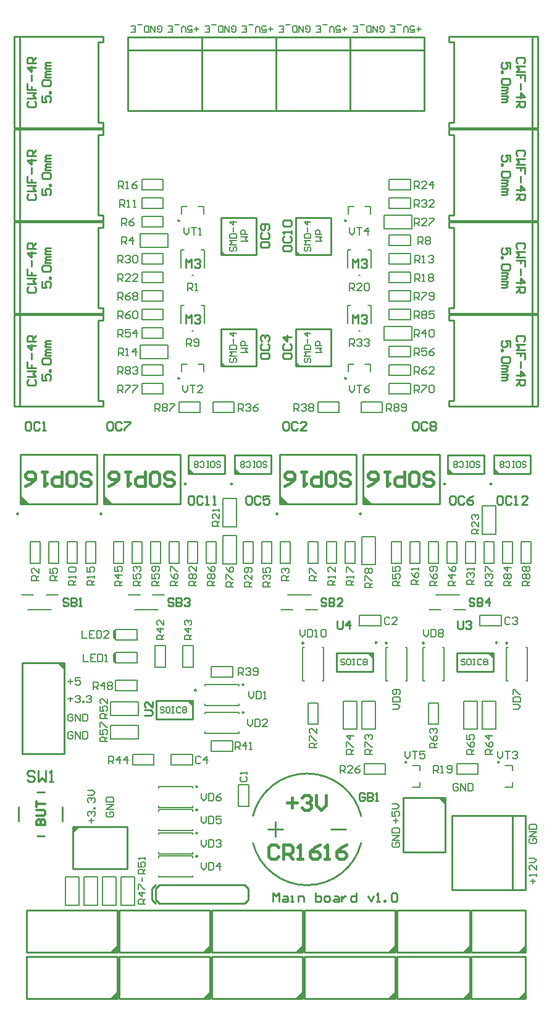
<source format=gbr>
%TF.GenerationSoftware,Altium Limited,Altium Designer,21.0.4 (50)*%
G04 Layer_Color=65535*
%FSLAX25Y25*%
%MOIN*%
%TF.SameCoordinates,7C4F9ACF-F1D8-4562-922E-26F05696B097*%
%TF.FilePolarity,Positive*%
%TF.FileFunction,Legend,Top*%
%TF.Part,Single*%
G01*
G75*
%TA.AperFunction,NonConductor*%
%ADD47C,0.00984*%
%ADD49C,0.01181*%
%ADD50C,0.00787*%
%ADD51C,0.01000*%
%ADD52C,0.00600*%
%ADD53C,0.00800*%
%ADD54C,0.00799*%
%ADD55C,0.00598*%
%ADD59C,0.00945*%
%ADD82C,0.00709*%
%ADD83C,0.01575*%
G36*
X158079Y407283D02*
X155579D01*
Y409784D01*
X158079Y407283D01*
D02*
G37*
G36*
X117921D02*
X115421D01*
Y409784D01*
X117921Y407283D01*
D02*
G37*
G36*
X158079Y347284D02*
X155579D01*
Y349783D01*
X158079Y347284D01*
D02*
G37*
G36*
X117921D02*
X115421D01*
Y349783D01*
X117921Y347284D01*
D02*
G37*
G36*
X196886Y272913D02*
X191831Y272913D01*
X191831Y277969D01*
X196886Y272913D01*
D02*
G37*
G36*
X151886D02*
X146831Y272913D01*
X146831Y277969D01*
X151886Y272913D01*
D02*
G37*
G36*
X56886D02*
X51831Y272913D01*
X51831Y277969D01*
X56886Y272913D01*
D02*
G37*
G36*
X11886D02*
X6831Y272913D01*
X6831Y277969D01*
X11886Y272913D01*
D02*
G37*
G36*
X30512Y183405D02*
X26575Y187343D01*
X30512D01*
Y183405D01*
D02*
G37*
G36*
X236280Y110748D02*
X232343Y114685D01*
X236280D01*
Y110748D01*
D02*
G37*
G36*
X35158Y94843D02*
Y98780D01*
X39095D01*
X35158Y94843D01*
D02*
G37*
G36*
X279685Y31220D02*
X275748D01*
X279685Y35157D01*
Y31220D01*
D02*
G37*
G36*
X249528D02*
X245591D01*
X249528Y35157D01*
Y31220D01*
D02*
G37*
G36*
X209370Y31220D02*
X205433D01*
X209370Y35157D01*
Y31220D01*
D02*
G37*
G36*
X159370D02*
X155433D01*
X159370Y35157D01*
Y31220D01*
D02*
G37*
G36*
X109370D02*
X105433D01*
X109370Y35157D01*
Y31220D01*
D02*
G37*
G36*
X59370D02*
X55433D01*
X59370Y35157D01*
Y31220D01*
D02*
G37*
G36*
X279685Y6221D02*
X275748D01*
X279685Y10158D01*
Y6221D01*
D02*
G37*
G36*
X249528D02*
X245591D01*
X249528Y10158D01*
Y6221D01*
D02*
G37*
G36*
X209370Y6220D02*
X205433D01*
X209370Y10157D01*
Y6220D01*
D02*
G37*
G36*
X159370D02*
X155433D01*
X159370Y10157D01*
Y6220D01*
D02*
G37*
G36*
X109370D02*
X105433D01*
X109370Y10157D01*
Y6220D01*
D02*
G37*
G36*
X59370D02*
X55433D01*
X59370Y10157D01*
Y6220D01*
D02*
G37*
D47*
X127579Y175512D02*
G03*
X127579Y175512I-394J0D01*
G01*
Y160512D02*
G03*
X127579Y160512I-394J0D01*
G01*
X101933Y172500D02*
G03*
X101933Y172500I-433J0D01*
G01*
X215418Y133663D02*
G03*
X215418Y133663I-394J0D01*
G01*
X265418D02*
G03*
X265418Y133663I-394J0D01*
G01*
X199433Y198238D02*
G03*
X199433Y198238I-433J0D01*
G01*
X224882Y197953D02*
G03*
X224882Y197953I-394J0D01*
G01*
X269882D02*
G03*
X269882Y197953I-394J0D01*
G01*
X264433Y198268D02*
G03*
X264433Y198268I-433J0D01*
G01*
X159882Y197953D02*
G03*
X159882Y197953I-394J0D01*
G01*
X204882D02*
G03*
X204882Y197953I-394J0D01*
G01*
X102579Y120512D02*
G03*
X102579Y120512I-394J0D01*
G01*
Y108012D02*
G03*
X102579Y108012I-394J0D01*
G01*
Y95512D02*
G03*
X102579Y95512I-394J0D01*
G01*
Y83012D02*
G03*
X102579Y83012I-394J0D01*
G01*
X5933Y267598D02*
G03*
X5933Y267598I-433J0D01*
G01*
X145933D02*
G03*
X145933Y267598I-433J0D01*
G01*
X50933D02*
G03*
X50933Y267598I-433J0D01*
G01*
X190933D02*
G03*
X190933Y267598I-433J0D01*
G01*
X182794Y425576D02*
G03*
X182794Y425576I-394J0D01*
G01*
Y340576D02*
G03*
X182794Y340576I-394J0D01*
G01*
X92794D02*
G03*
X92794Y340576I-394J0D01*
G01*
Y425576D02*
G03*
X92794Y425576I-394J0D01*
G01*
X261433Y283770D02*
G03*
X261433Y283770I-433J0D01*
G01*
X236433D02*
G03*
X236433Y283770I-433J0D01*
G01*
X121433D02*
G03*
X121433Y283770I-433J0D01*
G01*
X96433D02*
G03*
X96433Y283770I-433J0D01*
G01*
X186169Y400220D02*
Y404943D01*
X187744Y403369D01*
X189318Y404943D01*
Y400220D01*
X190892Y404156D02*
X191679Y404943D01*
X193254D01*
X194041Y404156D01*
Y403369D01*
X193254Y402582D01*
X192466D01*
X193254D01*
X194041Y401795D01*
Y401008D01*
X193254Y400220D01*
X191679D01*
X190892Y401008D01*
X186169Y370220D02*
Y374943D01*
X187744Y373369D01*
X189318Y374943D01*
Y370220D01*
X190892Y374156D02*
X191679Y374943D01*
X193254D01*
X194041Y374156D01*
Y373369D01*
X193254Y372582D01*
X192466D01*
X193254D01*
X194041Y371795D01*
Y371008D01*
X193254Y370220D01*
X191679D01*
X190892Y371008D01*
X96169Y370220D02*
Y374943D01*
X97744Y373369D01*
X99318Y374943D01*
Y370220D01*
X100892Y374156D02*
X101679Y374943D01*
X103254D01*
X104041Y374156D01*
Y373369D01*
X103254Y372582D01*
X102466D01*
X103254D01*
X104041Y371795D01*
Y371008D01*
X103254Y370220D01*
X101679D01*
X100892Y371008D01*
X96169Y400220D02*
Y404943D01*
X97744Y403369D01*
X99318Y404943D01*
Y400220D01*
X100892Y404156D02*
X101679Y404943D01*
X103254D01*
X104041Y404156D01*
Y403369D01*
X103254Y402582D01*
X102466D01*
X103254D01*
X104041Y401795D01*
Y401008D01*
X103254Y400220D01*
X101679D01*
X100892Y401008D01*
D49*
X15738Y109626D02*
Y112625D01*
Y111126D01*
X20236D01*
X15738Y104902D02*
X19487D01*
X20236Y105651D01*
Y107151D01*
X19487Y107901D01*
X15738D01*
Y99783D02*
X20236D01*
Y102033D01*
X19487Y102782D01*
X18737D01*
X17987Y102033D01*
Y99783D01*
Y102033D01*
X17237Y102782D01*
X16487D01*
X15738Y102033D01*
Y99783D01*
D50*
X124921Y164291D02*
Y165177D01*
X106811Y174823D02*
Y175709D01*
Y164291D02*
X124921D01*
X106811D02*
Y165177D01*
X124921Y174823D02*
Y175709D01*
X106811D02*
X124921D01*
Y149291D02*
Y150177D01*
X106811Y159823D02*
Y160709D01*
Y149291D02*
X124921D01*
X106811D02*
Y150177D01*
X124921Y159823D02*
Y160709D01*
X106811D02*
X124921D01*
X234823Y195689D02*
X235709D01*
X224291Y177579D02*
X225177D01*
X235709D02*
Y195689D01*
X234823Y177579D02*
X235709D01*
X224291Y195689D02*
X225177D01*
X224291Y177579D02*
Y195689D01*
X279823D02*
X280709D01*
X269291Y177579D02*
X270177D01*
X280709D02*
Y195689D01*
X279823Y177579D02*
X280709D01*
X269291Y195689D02*
X270177D01*
X269291Y177579D02*
Y195689D01*
X169823D02*
X170709D01*
X159291Y177579D02*
X160177D01*
X170709D02*
Y195689D01*
X169823Y177579D02*
X170709D01*
X159291Y195689D02*
X160177D01*
X159291Y177579D02*
Y195689D01*
X214823D02*
X215709D01*
X204291Y177579D02*
X205177D01*
X215709D02*
Y195689D01*
X214823Y177579D02*
X215709D01*
X204291Y195689D02*
X205177D01*
X204291Y177579D02*
Y195689D01*
X99921Y109291D02*
Y110177D01*
X81811Y119823D02*
Y120709D01*
Y109291D02*
X99921D01*
X81811D02*
Y110177D01*
X99921Y119823D02*
Y120709D01*
X81811D02*
X99921D01*
Y96791D02*
Y97677D01*
X81811Y107323D02*
Y108209D01*
Y96791D02*
X99921D01*
X81811D02*
Y97677D01*
X99921Y107323D02*
Y108209D01*
X81811D02*
X99921D01*
Y84291D02*
Y85177D01*
X81811Y94823D02*
Y95709D01*
Y84291D02*
X99921D01*
X81811D02*
Y85177D01*
X99921Y94823D02*
Y95709D01*
X81811D02*
X99921D01*
Y71791D02*
Y72677D01*
X81811Y82323D02*
Y83209D01*
Y71791D02*
X99921D01*
X81811D02*
Y72677D01*
X99921Y82323D02*
Y83209D01*
X81811D02*
X99921D01*
X72500Y69500D02*
Y71500D01*
X208433Y90411D02*
X207777Y89755D01*
Y88443D01*
X208433Y87787D01*
X211057D01*
X211713Y88443D01*
Y89755D01*
X211057Y90411D01*
X209745D01*
Y89099D01*
X211713Y91723D02*
X207777D01*
X211713Y94347D01*
X207777D01*
Y95659D02*
X211713D01*
Y97627D01*
X211057Y98283D01*
X208433D01*
X207777Y97627D01*
Y95659D01*
X209745Y100787D02*
Y103411D01*
X208433Y102099D02*
X211057D01*
X207777Y107347D02*
Y104723D01*
X209745D01*
X209089Y106035D01*
Y106691D01*
X209745Y107347D01*
X211057D01*
X211713Y106691D01*
Y105379D01*
X211057Y104723D01*
X207777Y108659D02*
X210401D01*
X211713Y109971D01*
X210401Y111283D01*
X207777D01*
X282433Y92411D02*
X281777Y91755D01*
Y90443D01*
X282433Y89787D01*
X285057D01*
X285713Y90443D01*
Y91755D01*
X285057Y92411D01*
X283745D01*
Y91099D01*
X285713Y93723D02*
X281777D01*
X285713Y96347D01*
X281777D01*
Y97659D02*
X285713D01*
Y99627D01*
X285057Y100283D01*
X282433D01*
X281777Y99627D01*
Y97659D01*
X283745Y68287D02*
Y70911D01*
X282433Y69599D02*
X285057D01*
X285713Y72223D02*
Y73535D01*
Y72879D01*
X281777D01*
X282433Y72223D01*
X285713Y78127D02*
Y75503D01*
X283089Y78127D01*
X282433D01*
X281777Y77471D01*
Y76159D01*
X282433Y75503D01*
X281777Y79439D02*
X284401D01*
X285713Y80751D01*
X284401Y82063D01*
X281777D01*
X243411Y121567D02*
X242755Y122223D01*
X241443D01*
X240787Y121567D01*
Y118943D01*
X241443Y118287D01*
X242755D01*
X243411Y118943D01*
Y120255D01*
X242099D01*
X244723Y118287D02*
Y122223D01*
X247347Y118287D01*
Y122223D01*
X248659D02*
Y118287D01*
X250627D01*
X251283Y118943D01*
Y121567D01*
X250627Y122223D01*
X248659D01*
X35411Y149567D02*
X34755Y150223D01*
X33443D01*
X32787Y149567D01*
Y146943D01*
X33443Y146287D01*
X34755D01*
X35411Y146943D01*
Y148255D01*
X34099D01*
X36723Y146287D02*
Y150223D01*
X39347Y146287D01*
Y150223D01*
X40659D02*
Y146287D01*
X42627D01*
X43283Y146943D01*
Y149567D01*
X42627Y150223D01*
X40659D01*
X35411Y159067D02*
X34755Y159723D01*
X33443D01*
X32787Y159067D01*
Y156443D01*
X33443Y155787D01*
X34755D01*
X35411Y156443D01*
Y157755D01*
X34099D01*
X36723Y155787D02*
Y159723D01*
X39347Y155787D01*
Y159723D01*
X40659D02*
Y155787D01*
X42627D01*
X43283Y156443D01*
Y159067D01*
X42627Y159723D01*
X40659D01*
X42787Y169067D02*
X43443Y169723D01*
X44755D01*
X45411Y169067D01*
Y168411D01*
X44755Y167755D01*
X44099D01*
X44755D01*
X45411Y167099D01*
Y166443D01*
X44755Y165787D01*
X43443D01*
X42787Y166443D01*
X32787Y167755D02*
X35411D01*
X34099Y169067D02*
Y166443D01*
X36723Y169067D02*
X37379Y169723D01*
X38691D01*
X39347Y169067D01*
Y168411D01*
X38691Y167755D01*
X38035D01*
X38691D01*
X39347Y167099D01*
Y166443D01*
X38691Y165787D01*
X37379D01*
X36723Y166443D01*
X40659Y165787D02*
Y166443D01*
X41315D01*
Y165787D01*
X40659D01*
X32787Y177255D02*
X35411D01*
X34099Y178567D02*
Y175943D01*
X39347Y179223D02*
X36723D01*
Y177255D01*
X38035Y177911D01*
X38691D01*
X39347Y177255D01*
Y175943D01*
X38691Y175287D01*
X37379D01*
X36723Y175943D01*
X53933Y106911D02*
X53277Y106255D01*
Y104943D01*
X53933Y104287D01*
X56557D01*
X57213Y104943D01*
Y106255D01*
X56557Y106911D01*
X55245D01*
Y105599D01*
X57213Y108223D02*
X53277D01*
X57213Y110847D01*
X53277D01*
Y112159D02*
X57213D01*
Y114127D01*
X56557Y114783D01*
X53933D01*
X53277Y114127D01*
Y112159D01*
X45245Y100787D02*
Y103411D01*
X43933Y102099D02*
X46557D01*
X43933Y104723D02*
X43277Y105379D01*
Y106691D01*
X43933Y107347D01*
X44589D01*
X45245Y106691D01*
Y106035D01*
Y106691D01*
X45901Y107347D01*
X46557D01*
X47213Y106691D01*
Y105379D01*
X46557Y104723D01*
X47213Y108659D02*
X46557D01*
Y109315D01*
X47213D01*
Y108659D01*
X43933Y111939D02*
X43277Y112595D01*
Y113907D01*
X43933Y114562D01*
X44589D01*
X45245Y113907D01*
Y113251D01*
Y113907D01*
X45901Y114562D01*
X46557D01*
X47213Y113907D01*
Y112595D01*
X46557Y111939D01*
X43277Y115874D02*
X45901D01*
X47213Y117186D01*
X45901Y118498D01*
X43277D01*
X84599Y163024D02*
X84074Y163549D01*
X83025D01*
X82500Y163024D01*
Y162499D01*
X83025Y161974D01*
X84074D01*
X84599Y161450D01*
Y160925D01*
X84074Y160400D01*
X83025D01*
X82500Y160925D01*
X87223Y163549D02*
X86173D01*
X85649Y163024D01*
Y160925D01*
X86173Y160400D01*
X87223D01*
X87748Y160925D01*
Y163024D01*
X87223Y163549D01*
X88797D02*
X89847D01*
X89322D01*
Y160400D01*
X88797D01*
X89847D01*
X93520Y163024D02*
X92995Y163549D01*
X91946D01*
X91421Y163024D01*
Y160925D01*
X91946Y160400D01*
X92995D01*
X93520Y160925D01*
X94570Y163024D02*
X95094Y163549D01*
X96144D01*
X96669Y163024D01*
Y162499D01*
X96144Y161974D01*
X96669Y161450D01*
Y160925D01*
X96144Y160400D01*
X95094D01*
X94570Y160925D01*
Y161450D01*
X95094Y161974D01*
X94570Y162499D01*
Y163024D01*
X95094Y161974D02*
X96144D01*
X182099Y188762D02*
X181574Y189286D01*
X180525D01*
X180000Y188762D01*
Y188237D01*
X180525Y187712D01*
X181574D01*
X182099Y187187D01*
Y186663D01*
X181574Y186138D01*
X180525D01*
X180000Y186663D01*
X184723Y189286D02*
X183673D01*
X183149Y188762D01*
Y186663D01*
X183673Y186138D01*
X184723D01*
X185248Y186663D01*
Y188762D01*
X184723Y189286D01*
X186297D02*
X187347D01*
X186822D01*
Y186138D01*
X186297D01*
X187347D01*
X191020Y188762D02*
X190495Y189286D01*
X189446D01*
X188921Y188762D01*
Y186663D01*
X189446Y186138D01*
X190495D01*
X191020Y186663D01*
X192070Y188762D02*
X192594Y189286D01*
X193644D01*
X194169Y188762D01*
Y188237D01*
X193644Y187712D01*
X194169Y187187D01*
Y186663D01*
X193644Y186138D01*
X192594D01*
X192070Y186663D01*
Y187187D01*
X192594Y187712D01*
X192070Y188237D01*
Y188762D01*
X192594Y187712D02*
X193644D01*
X247099Y188792D02*
X246574Y189316D01*
X245525D01*
X245000Y188792D01*
Y188267D01*
X245525Y187742D01*
X246574D01*
X247099Y187217D01*
Y186693D01*
X246574Y186168D01*
X245525D01*
X245000Y186693D01*
X249723Y189316D02*
X248673D01*
X248149Y188792D01*
Y186693D01*
X248673Y186168D01*
X249723D01*
X250248Y186693D01*
Y188792D01*
X249723Y189316D01*
X251297D02*
X252347D01*
X251822D01*
Y186168D01*
X251297D01*
X252347D01*
X256020Y188792D02*
X255495Y189316D01*
X254446D01*
X253921Y188792D01*
Y186693D01*
X254446Y186168D01*
X255495D01*
X256020Y186693D01*
X257070Y188792D02*
X257594Y189316D01*
X258644D01*
X259169Y188792D01*
Y188267D01*
X258644Y187742D01*
X259169Y187217D01*
Y186693D01*
X258644Y186168D01*
X257594D01*
X257070Y186693D01*
Y187217D01*
X257594Y187742D01*
X257070Y188267D01*
Y188792D01*
X257594Y187742D02*
X258644D01*
X160839Y411432D02*
X160249Y410842D01*
Y409661D01*
X160839Y409071D01*
X161430D01*
X162020Y409661D01*
Y410842D01*
X162611Y411432D01*
X163201D01*
X163791Y410842D01*
Y409661D01*
X163201Y409071D01*
X163791Y412613D02*
X160249D01*
X161430Y413794D01*
X160249Y414974D01*
X163791D01*
X160249Y416155D02*
X163791D01*
Y417926D01*
X163201Y418517D01*
X160839D01*
X160249Y417926D01*
Y416155D01*
X162020Y419697D02*
Y422059D01*
X163791Y425011D02*
X160249D01*
X162020Y423240D01*
Y425601D01*
X166249Y414571D02*
X169791D01*
X168611Y415752D01*
X169791Y416932D01*
X166249D01*
X169791Y418113D02*
X166249D01*
Y419884D01*
X166840Y420474D01*
X168020D01*
X168611Y419884D01*
Y418113D01*
X120682Y411432D02*
X120092Y410842D01*
Y409661D01*
X120682Y409071D01*
X121272D01*
X121863Y409661D01*
Y410842D01*
X122453Y411432D01*
X123044D01*
X123634Y410842D01*
Y409661D01*
X123044Y409071D01*
X123634Y412613D02*
X120092D01*
X121272Y413794D01*
X120092Y414974D01*
X123634D01*
X120092Y416155D02*
X123634D01*
Y417926D01*
X123044Y418517D01*
X120682D01*
X120092Y417926D01*
Y416155D01*
X121863Y419697D02*
Y422059D01*
X123634Y425011D02*
X120092D01*
X121863Y423240D01*
Y425601D01*
X126092Y414571D02*
X129634D01*
X128453Y415752D01*
X129634Y416932D01*
X126092D01*
X129634Y418113D02*
X126092D01*
Y419884D01*
X126682Y420474D01*
X127863D01*
X128453Y419884D01*
Y418113D01*
X166249Y354571D02*
X169791D01*
X168611Y355752D01*
X169791Y356932D01*
X166249D01*
X169791Y358113D02*
X166249D01*
Y359884D01*
X166840Y360474D01*
X168020D01*
X168611Y359884D01*
Y358113D01*
X160839Y351432D02*
X160249Y350842D01*
Y349661D01*
X160839Y349071D01*
X161430D01*
X162020Y349661D01*
Y350842D01*
X162611Y351432D01*
X163201D01*
X163791Y350842D01*
Y349661D01*
X163201Y349071D01*
X163791Y352613D02*
X160249D01*
X161430Y353794D01*
X160249Y354975D01*
X163791D01*
X160249Y356155D02*
X163791D01*
Y357926D01*
X163201Y358517D01*
X160839D01*
X160249Y357926D01*
Y356155D01*
X162020Y359697D02*
Y362059D01*
X163791Y365011D02*
X160249D01*
X162020Y363240D01*
Y365601D01*
X126092Y354571D02*
X129634D01*
X128453Y355752D01*
X129634Y356932D01*
X126092D01*
X129634Y358113D02*
X126092D01*
Y359884D01*
X126682Y360474D01*
X127863D01*
X128453Y359884D01*
Y358113D01*
X120682Y351432D02*
X120092Y350842D01*
Y349661D01*
X120682Y349071D01*
X121272D01*
X121863Y349661D01*
Y350842D01*
X122453Y351432D01*
X123044D01*
X123634Y350842D01*
Y349661D01*
X123044Y349071D01*
X123634Y352613D02*
X120092D01*
X121272Y353794D01*
X120092Y354975D01*
X123634D01*
X120092Y356155D02*
X123634D01*
Y357926D01*
X123044Y358517D01*
X120682D01*
X120092Y357926D01*
Y356155D01*
X121863Y359697D02*
Y362059D01*
X123634Y365011D02*
X120092D01*
X121863Y363240D01*
Y365601D01*
X277901Y293246D02*
X278426Y292722D01*
X279475D01*
X280000Y293246D01*
Y293771D01*
X279475Y294296D01*
X278426D01*
X277901Y294821D01*
Y295345D01*
X278426Y295870D01*
X279475D01*
X280000Y295345D01*
X275277Y292722D02*
X276327D01*
X276851Y293246D01*
Y295345D01*
X276327Y295870D01*
X275277D01*
X274752Y295345D01*
Y293246D01*
X275277Y292722D01*
X273703D02*
X272653D01*
X273178D01*
Y295870D01*
X273703D01*
X272653D01*
X268980Y293246D02*
X269505Y292722D01*
X270554D01*
X271079Y293246D01*
Y295345D01*
X270554Y295870D01*
X269505D01*
X268980Y295345D01*
X267930Y293246D02*
X267406Y292722D01*
X266356D01*
X265831Y293246D01*
Y293771D01*
X266356Y294296D01*
X265831Y294821D01*
Y295345D01*
X266356Y295870D01*
X267406D01*
X267930Y295345D01*
Y294821D01*
X267406Y294296D01*
X267930Y293771D01*
Y293246D01*
X267406Y294296D02*
X266356D01*
X252901Y293246D02*
X253426Y292722D01*
X254475D01*
X255000Y293246D01*
Y293771D01*
X254475Y294296D01*
X253426D01*
X252901Y294821D01*
Y295345D01*
X253426Y295870D01*
X254475D01*
X255000Y295345D01*
X250277Y292722D02*
X251327D01*
X251851Y293246D01*
Y295345D01*
X251327Y295870D01*
X250277D01*
X249752Y295345D01*
Y293246D01*
X250277Y292722D01*
X248703D02*
X247653D01*
X248178D01*
Y295870D01*
X248703D01*
X247653D01*
X243980Y293246D02*
X244505Y292722D01*
X245554D01*
X246079Y293246D01*
Y295345D01*
X245554Y295870D01*
X244505D01*
X243980Y295345D01*
X242930Y293246D02*
X242406Y292722D01*
X241356D01*
X240831Y293246D01*
Y293771D01*
X241356Y294296D01*
X240831Y294821D01*
Y295345D01*
X241356Y295870D01*
X242406D01*
X242930Y295345D01*
Y294821D01*
X242406Y294296D01*
X242930Y293771D01*
Y293246D01*
X242406Y294296D02*
X241356D01*
X137901Y293246D02*
X138426Y292722D01*
X139475D01*
X140000Y293246D01*
Y293771D01*
X139475Y294296D01*
X138426D01*
X137901Y294821D01*
Y295345D01*
X138426Y295870D01*
X139475D01*
X140000Y295345D01*
X135277Y292722D02*
X136327D01*
X136851Y293246D01*
Y295345D01*
X136327Y295870D01*
X135277D01*
X134752Y295345D01*
Y293246D01*
X135277Y292722D01*
X133703D02*
X132653D01*
X133178D01*
Y295870D01*
X133703D01*
X132653D01*
X128980Y293246D02*
X129505Y292722D01*
X130554D01*
X131079Y293246D01*
Y295345D01*
X130554Y295870D01*
X129505D01*
X128980Y295345D01*
X127930Y293246D02*
X127406Y292722D01*
X126356D01*
X125831Y293246D01*
Y293771D01*
X126356Y294296D01*
X125831Y294821D01*
Y295345D01*
X126356Y295870D01*
X127406D01*
X127930Y295345D01*
Y294821D01*
X127406Y294296D01*
X127930Y293771D01*
Y293246D01*
X127406Y294296D02*
X126356D01*
X112901Y293246D02*
X113426Y292722D01*
X114475D01*
X115000Y293246D01*
Y293771D01*
X114475Y294296D01*
X113426D01*
X112901Y294821D01*
Y295345D01*
X113426Y295870D01*
X114475D01*
X115000Y295345D01*
X110277Y292722D02*
X111327D01*
X111851Y293246D01*
Y295345D01*
X111327Y295870D01*
X110277D01*
X109752Y295345D01*
Y293246D01*
X110277Y292722D01*
X108703D02*
X107653D01*
X108178D01*
Y295870D01*
X108703D01*
X107653D01*
X103980Y293246D02*
X104505Y292722D01*
X105554D01*
X106079Y293246D01*
Y295345D01*
X105554Y295870D01*
X104505D01*
X103980Y295345D01*
X102930Y293246D02*
X102406Y292722D01*
X101356D01*
X100831Y293246D01*
Y293771D01*
X101356Y294296D01*
X100831Y294821D01*
Y295345D01*
X101356Y295870D01*
X102406D01*
X102930Y295345D01*
Y294821D01*
X102406Y294296D01*
X102930Y293771D01*
Y293246D01*
X102406Y294296D02*
X101356D01*
X158113Y205236D02*
Y202612D01*
X159424Y201300D01*
X160736Y202612D01*
Y205236D01*
X162048D02*
Y201300D01*
X164016D01*
X164672Y201956D01*
Y204580D01*
X164016Y205236D01*
X162048D01*
X165984Y201300D02*
X167296D01*
X166640D01*
Y205236D01*
X165984Y204580D01*
X169264D02*
X169920Y205236D01*
X171232D01*
X171888Y204580D01*
Y201956D01*
X171232Y201300D01*
X169920D01*
X169264Y201956D01*
Y204580D01*
X208032Y162252D02*
X210656D01*
X211968Y163564D01*
X210656Y164876D01*
X208032D01*
Y166188D02*
X211968D01*
Y168156D01*
X211312Y168812D01*
X208688D01*
X208032Y168156D01*
Y166188D01*
X211312Y170124D02*
X211968Y170780D01*
Y172092D01*
X211312Y172748D01*
X208688D01*
X208032Y172092D01*
Y170780D01*
X208688Y170124D01*
X209344D01*
X210000Y170780D01*
Y172748D01*
X224752Y205236D02*
Y202612D01*
X226064Y201300D01*
X227376Y202612D01*
Y205236D01*
X228688D02*
Y201300D01*
X230656D01*
X231312Y201956D01*
Y204580D01*
X230656Y205236D01*
X228688D01*
X232624Y204580D02*
X233280Y205236D01*
X234592D01*
X235248Y204580D01*
Y203924D01*
X234592Y203268D01*
X235248Y202612D01*
Y201956D01*
X234592Y201300D01*
X233280D01*
X232624Y201956D01*
Y202612D01*
X233280Y203268D01*
X232624Y203924D01*
Y204580D01*
X233280Y203268D02*
X234592D01*
X273032Y162252D02*
X275656D01*
X276968Y163564D01*
X275656Y164876D01*
X273032D01*
Y166188D02*
X276968D01*
Y168156D01*
X276312Y168812D01*
X273688D01*
X273032Y168156D01*
Y166188D01*
Y170124D02*
Y172748D01*
X273688D01*
X276312Y170124D01*
X276968D01*
X104752Y104468D02*
Y101844D01*
X106064Y100532D01*
X107376Y101844D01*
Y104468D01*
X108688D02*
Y100532D01*
X110656D01*
X111312Y101188D01*
Y103812D01*
X110656Y104468D01*
X108688D01*
X115248D02*
X112624D01*
Y102500D01*
X113936Y103156D01*
X114592D01*
X115248Y102500D01*
Y101188D01*
X114592Y100532D01*
X113280D01*
X112624Y101188D01*
X104752Y116968D02*
Y114344D01*
X106064Y113032D01*
X107376Y114344D01*
Y116968D01*
X108688D02*
Y113032D01*
X110656D01*
X111312Y113688D01*
Y116312D01*
X110656Y116968D01*
X108688D01*
X115248D02*
X113936Y116312D01*
X112624Y115000D01*
Y113688D01*
X113280Y113032D01*
X114592D01*
X115248Y113688D01*
Y114344D01*
X114592Y115000D01*
X112624D01*
X104752Y79468D02*
Y76844D01*
X106064Y75532D01*
X107376Y76844D01*
Y79468D01*
X108688D02*
Y75532D01*
X110656D01*
X111312Y76188D01*
Y78812D01*
X110656Y79468D01*
X108688D01*
X114592Y75532D02*
Y79468D01*
X112624Y77500D01*
X115248D01*
X104752Y91968D02*
Y89344D01*
X106064Y88032D01*
X107376Y89344D01*
Y91968D01*
X108688D02*
Y88032D01*
X110656D01*
X111312Y88688D01*
Y91312D01*
X110656Y91968D01*
X108688D01*
X112624Y91312D02*
X113280Y91968D01*
X114592D01*
X115248Y91312D01*
Y90656D01*
X114592Y90000D01*
X113936D01*
X114592D01*
X115248Y89344D01*
Y88688D01*
X114592Y88032D01*
X113280D01*
X112624Y88688D01*
X129752Y156968D02*
Y154344D01*
X131064Y153032D01*
X132376Y154344D01*
Y156968D01*
X133688D02*
Y153032D01*
X135656D01*
X136312Y153688D01*
Y156312D01*
X135656Y156968D01*
X133688D01*
X140248Y153032D02*
X137624D01*
X140248Y155656D01*
Y156312D01*
X139592Y156968D01*
X138280D01*
X137624Y156312D01*
X130408Y171968D02*
Y169344D01*
X131720Y168032D01*
X133032Y169344D01*
Y171968D01*
X134344D02*
Y168032D01*
X136312D01*
X136968Y168688D01*
Y171312D01*
X136312Y171968D01*
X134344D01*
X138280Y168032D02*
X139592D01*
X138936D01*
Y171968D01*
X138280Y171312D01*
X186968Y138020D02*
X183032D01*
Y139988D01*
X183688Y140644D01*
X185000D01*
X185656Y139988D01*
Y138020D01*
Y139332D02*
X186968Y140644D01*
X183032Y141956D02*
Y144580D01*
X183688D01*
X186312Y141956D01*
X186968D01*
Y147859D02*
X183032D01*
X185000Y145892D01*
Y148515D01*
X196968Y138020D02*
X193032D01*
Y139988D01*
X193688Y140644D01*
X195000D01*
X195656Y139988D01*
Y138020D01*
Y139332D02*
X196968Y140644D01*
X193032Y141956D02*
Y144580D01*
X193688D01*
X196312Y141956D01*
X196968D01*
X193688Y145892D02*
X193032Y146547D01*
Y147859D01*
X193688Y148515D01*
X194344D01*
X195000Y147859D01*
Y147204D01*
Y147859D01*
X195656Y148515D01*
X196312D01*
X196968Y147859D01*
Y146547D01*
X196312Y145892D01*
X166968Y141426D02*
X163032D01*
Y143393D01*
X163688Y144049D01*
X165000D01*
X165656Y143393D01*
Y141426D01*
Y142737D02*
X166968Y144049D01*
X163032Y145361D02*
Y147985D01*
X163688D01*
X166312Y145361D01*
X166968D01*
Y151921D02*
Y149297D01*
X164344Y151921D01*
X163688D01*
X163032Y151265D01*
Y149953D01*
X163688Y149297D01*
X251968Y138020D02*
X248032D01*
Y139988D01*
X248688Y140644D01*
X250000D01*
X250656Y139988D01*
Y138020D01*
Y139332D02*
X251968Y140644D01*
X248032Y144580D02*
X248688Y143268D01*
X250000Y141956D01*
X251312D01*
X251968Y142612D01*
Y143924D01*
X251312Y144580D01*
X250656D01*
X250000Y143924D01*
Y141956D01*
X248032Y148515D02*
Y145892D01*
X250000D01*
X249344Y147204D01*
Y147859D01*
X250000Y148515D01*
X251312D01*
X251968Y147859D01*
Y146547D01*
X251312Y145892D01*
X261968Y138020D02*
X258032D01*
Y139988D01*
X258688Y140644D01*
X260000D01*
X260656Y139988D01*
Y138020D01*
Y139332D02*
X261968Y140644D01*
X258032Y144580D02*
X258688Y143268D01*
X260000Y141956D01*
X261312D01*
X261968Y142612D01*
Y143924D01*
X261312Y144580D01*
X260656D01*
X260000Y143924D01*
Y141956D01*
X261968Y147859D02*
X258032D01*
X260000Y145892D01*
Y148515D01*
X231968Y141426D02*
X228032D01*
Y143393D01*
X228688Y144049D01*
X230000D01*
X230656Y143393D01*
Y141426D01*
Y142737D02*
X231968Y144049D01*
X228032Y147985D02*
X228688Y146673D01*
X230000Y145361D01*
X231312D01*
X231968Y146017D01*
Y147329D01*
X231312Y147985D01*
X230656D01*
X230000Y147329D01*
Y145361D01*
X228688Y149297D02*
X228032Y149953D01*
Y151265D01*
X228688Y151921D01*
X229344D01*
X230000Y151265D01*
Y150609D01*
Y151265D01*
X230656Y151921D01*
X231312D01*
X231968Y151265D01*
Y149953D01*
X231312Y149297D01*
X53968Y144752D02*
X50032D01*
Y146720D01*
X50688Y147376D01*
X52000D01*
X52656Y146720D01*
Y144752D01*
Y146064D02*
X53968Y147376D01*
X50032Y151312D02*
Y148688D01*
X52000D01*
X51344Y150000D01*
Y150656D01*
X52000Y151312D01*
X53312D01*
X53968Y150656D01*
Y149344D01*
X53312Y148688D01*
X50032Y152624D02*
Y155248D01*
X50688D01*
X53312Y152624D01*
X53968D01*
Y157252D02*
X50032D01*
Y159220D01*
X50688Y159876D01*
X52000D01*
X52656Y159220D01*
Y157252D01*
Y158564D02*
X53968Y159876D01*
X50032Y163812D02*
Y161188D01*
X52000D01*
X51344Y162500D01*
Y163156D01*
X52000Y163812D01*
X53312D01*
X53968Y163156D01*
Y161844D01*
X53312Y161188D01*
X53968Y167748D02*
Y165124D01*
X51344Y167748D01*
X50688D01*
X50032Y167092D01*
Y165780D01*
X50688Y165124D01*
X74468Y73408D02*
X70532D01*
Y75376D01*
X71188Y76032D01*
X72500D01*
X73156Y75376D01*
Y73408D01*
Y74720D02*
X74468Y76032D01*
X70532Y79968D02*
Y77344D01*
X72500D01*
X71844Y78656D01*
Y79312D01*
X72500Y79968D01*
X73812D01*
X74468Y79312D01*
Y78000D01*
X73812Y77344D01*
X74468Y81280D02*
Y82592D01*
Y81936D01*
X70532D01*
X71188Y81280D01*
X46252Y173032D02*
Y176968D01*
X48220D01*
X48876Y176312D01*
Y175000D01*
X48220Y174344D01*
X46252D01*
X47564D02*
X48876Y173032D01*
X52156D02*
Y176968D01*
X50188Y175000D01*
X52812D01*
X54124Y176312D02*
X54780Y176968D01*
X56092D01*
X56748Y176312D01*
Y175656D01*
X56092Y175000D01*
X56748Y174344D01*
Y173688D01*
X56092Y173032D01*
X54780D01*
X54124Y173688D01*
Y174344D01*
X54780Y175000D01*
X54124Y175656D01*
Y176312D01*
X54780Y175000D02*
X56092D01*
X74468Y57252D02*
X70532D01*
Y59220D01*
X71188Y59876D01*
X72500D01*
X73156Y59220D01*
Y57252D01*
Y58564D02*
X74468Y59876D01*
Y63156D02*
X70532D01*
X72500Y61188D01*
Y63812D01*
X70532Y65124D02*
Y67748D01*
X71188D01*
X73812Y65124D01*
X74468D01*
X54752Y133032D02*
Y136968D01*
X56720D01*
X57376Y136312D01*
Y135000D01*
X56720Y134344D01*
X54752D01*
X56064D02*
X57376Y133032D01*
X60656D02*
Y136968D01*
X58688Y135000D01*
X61312D01*
X64592Y133032D02*
Y136968D01*
X62624Y135000D01*
X65248D01*
X99468Y199752D02*
X95532D01*
Y201720D01*
X96188Y202376D01*
X97500D01*
X98156Y201720D01*
Y199752D01*
Y201064D02*
X99468Y202376D01*
Y205656D02*
X95532D01*
X97500Y203688D01*
Y206312D01*
X96188Y207624D02*
X95532Y208280D01*
Y209592D01*
X96188Y210248D01*
X96844D01*
X97500Y209592D01*
Y208936D01*
Y209592D01*
X98156Y210248D01*
X98812D01*
X99468Y209592D01*
Y208280D01*
X98812Y207624D01*
X84468Y199752D02*
X80532D01*
Y201720D01*
X81188Y202376D01*
X82500D01*
X83156Y201720D01*
Y199752D01*
Y201064D02*
X84468Y202376D01*
Y205656D02*
X80532D01*
X82500Y203688D01*
Y206312D01*
X84468Y210248D02*
Y207624D01*
X81844Y210248D01*
X81188D01*
X80532Y209592D01*
Y208280D01*
X81188Y207624D01*
X122908Y140532D02*
Y144468D01*
X124876D01*
X125532Y143812D01*
Y142500D01*
X124876Y141844D01*
X122908D01*
X124220D02*
X125532Y140532D01*
X128812D02*
Y144468D01*
X126844Y142500D01*
X129468D01*
X130780Y140532D02*
X132092D01*
X131436D01*
Y144468D01*
X130780Y143812D01*
X219752Y363032D02*
Y366968D01*
X221720D01*
X222376Y366312D01*
Y365000D01*
X221720Y364344D01*
X219752D01*
X221064D02*
X222376Y363032D01*
X225656D02*
Y366968D01*
X223688Y365000D01*
X226312D01*
X227624Y366312D02*
X228280Y366968D01*
X229592D01*
X230248Y366312D01*
Y363688D01*
X229592Y363032D01*
X228280D01*
X227624Y363688D01*
Y366312D01*
X124752Y180532D02*
Y184468D01*
X126720D01*
X127376Y183812D01*
Y182500D01*
X126720Y181844D01*
X124752D01*
X126064D02*
X127376Y180532D01*
X128688Y183812D02*
X129344Y184468D01*
X130656D01*
X131312Y183812D01*
Y183156D01*
X130656Y182500D01*
X130000D01*
X130656D01*
X131312Y181844D01*
Y181188D01*
X130656Y180532D01*
X129344D01*
X128688Y181188D01*
X132624D02*
X133280Y180532D01*
X134592D01*
X135248Y181188D01*
Y183812D01*
X134592Y184468D01*
X133280D01*
X132624Y183812D01*
Y183156D01*
X133280Y182500D01*
X135248D01*
X184752Y358032D02*
Y361968D01*
X186720D01*
X187376Y361312D01*
Y360000D01*
X186720Y359344D01*
X184752D01*
X186064D02*
X187376Y358032D01*
X188688Y361312D02*
X189344Y361968D01*
X190656D01*
X191312Y361312D01*
Y360656D01*
X190656Y360000D01*
X190000D01*
X190656D01*
X191312Y359344D01*
Y358688D01*
X190656Y358032D01*
X189344D01*
X188688Y358688D01*
X192624Y361312D02*
X193280Y361968D01*
X194592D01*
X195248Y361312D01*
Y360656D01*
X194592Y360000D01*
X193936D01*
X194592D01*
X195248Y359344D01*
Y358688D01*
X194592Y358032D01*
X193280D01*
X192624Y358688D01*
X219752Y423032D02*
Y426968D01*
X221720D01*
X222376Y426312D01*
Y425000D01*
X221720Y424344D01*
X219752D01*
X221064D02*
X222376Y423032D01*
X226312D02*
X223688D01*
X226312Y425656D01*
Y426312D01*
X225656Y426968D01*
X224344D01*
X223688Y426312D01*
X227624Y426968D02*
X230248D01*
Y426312D01*
X227624Y423688D01*
Y423032D01*
X184752Y388032D02*
Y391968D01*
X186720D01*
X187376Y391312D01*
Y390000D01*
X186720Y389344D01*
X184752D01*
X186064D02*
X187376Y388032D01*
X191312D02*
X188688D01*
X191312Y390656D01*
Y391312D01*
X190656Y391968D01*
X189344D01*
X188688Y391312D01*
X192624D02*
X193280Y391968D01*
X194592D01*
X195248Y391312D01*
Y388688D01*
X194592Y388032D01*
X193280D01*
X192624Y388688D01*
Y391312D01*
X60080Y353032D02*
Y356968D01*
X62048D01*
X62704Y356312D01*
Y355000D01*
X62048Y354344D01*
X60080D01*
X61392D02*
X62704Y353032D01*
X64016D02*
X65328D01*
X64672D01*
Y356968D01*
X64016Y356312D01*
X69264Y353032D02*
Y356968D01*
X67296Y355000D01*
X69920D01*
X96720Y358032D02*
Y361968D01*
X98688D01*
X99344Y361312D01*
Y360000D01*
X98688Y359344D01*
X96720D01*
X98032D02*
X99344Y358032D01*
X100656Y358688D02*
X101312Y358032D01*
X102624D01*
X103280Y358688D01*
Y361312D01*
X102624Y361968D01*
X101312D01*
X100656Y361312D01*
Y360656D01*
X101312Y360000D01*
X103280D01*
X61720Y413032D02*
Y416968D01*
X63688D01*
X64344Y416312D01*
Y415000D01*
X63688Y414344D01*
X61720D01*
X63032D02*
X64344Y413032D01*
X67624D02*
Y416968D01*
X65656Y415000D01*
X68280D01*
X104344Y136312D02*
X103688Y136968D01*
X102376D01*
X101720Y136312D01*
Y133688D01*
X102376Y133032D01*
X103688D01*
X104344Y133688D01*
X107624Y133032D02*
Y136968D01*
X105656Y135000D01*
X108280D01*
X271344Y211312D02*
X270688Y211968D01*
X269376D01*
X268720Y211312D01*
Y208688D01*
X269376Y208032D01*
X270688D01*
X271344Y208688D01*
X272656Y211312D02*
X273312Y211968D01*
X274624D01*
X275280Y211312D01*
Y210656D01*
X274624Y210000D01*
X273968D01*
X274624D01*
X275280Y209344D01*
Y208688D01*
X274624Y208032D01*
X273312D01*
X272656Y208688D01*
X206344Y211312D02*
X205688Y211968D01*
X204376D01*
X203720Y211312D01*
Y208688D01*
X204376Y208032D01*
X205688D01*
X206344Y208688D01*
X210280Y208032D02*
X207656D01*
X210280Y210656D01*
Y211312D01*
X209624Y211968D01*
X208312D01*
X207656Y211312D01*
X184752Y336968D02*
Y334344D01*
X186064Y333032D01*
X187376Y334344D01*
Y336968D01*
X188688D02*
X191312D01*
X190000D01*
Y333032D01*
X195248Y336968D02*
X193936Y336312D01*
X192624Y335000D01*
Y333688D01*
X193280Y333032D01*
X194592D01*
X195248Y333688D01*
Y334344D01*
X194592Y335000D01*
X192624D01*
X214752Y139468D02*
Y136844D01*
X216064Y135532D01*
X217376Y136844D01*
Y139468D01*
X218688D02*
X221312D01*
X220000D01*
Y135532D01*
X225248Y139468D02*
X222624D01*
Y137500D01*
X223936Y138156D01*
X224592D01*
X225248Y137500D01*
Y136188D01*
X224592Y135532D01*
X223280D01*
X222624Y136188D01*
X184752Y421968D02*
Y419344D01*
X186064Y418032D01*
X187376Y419344D01*
Y421968D01*
X188688D02*
X191312D01*
X190000D01*
Y418032D01*
X194592D02*
Y421968D01*
X192624Y420000D01*
X195248D01*
X264752Y139468D02*
Y136844D01*
X266064Y135532D01*
X267376Y136844D01*
Y139468D01*
X268688D02*
X271312D01*
X270000D01*
Y135532D01*
X272624Y138812D02*
X273280Y139468D01*
X274592D01*
X275248Y138812D01*
Y138156D01*
X274592Y137500D01*
X273936D01*
X274592D01*
X275248Y136844D01*
Y136188D01*
X274592Y135532D01*
X273280D01*
X272624Y136188D01*
X94752Y336968D02*
Y334344D01*
X96064Y333032D01*
X97376Y334344D01*
Y336968D01*
X98688D02*
X101312D01*
X100000D01*
Y333032D01*
X105248D02*
X102624D01*
X105248Y335656D01*
Y336312D01*
X104592Y336968D01*
X103280D01*
X102624Y336312D01*
X95408Y421968D02*
Y419344D01*
X96720Y418032D01*
X98032Y419344D01*
Y421968D01*
X99344D02*
X101968D01*
X100656D01*
Y418032D01*
X103280D02*
X104592D01*
X103936D01*
Y421968D01*
X103280Y421312D01*
X204752Y323032D02*
Y326968D01*
X206720D01*
X207376Y326312D01*
Y325000D01*
X206720Y324344D01*
X204752D01*
X206064D02*
X207376Y323032D01*
X208688Y326312D02*
X209344Y326968D01*
X210656D01*
X211312Y326312D01*
Y325656D01*
X210656Y325000D01*
X211312Y324344D01*
Y323688D01*
X210656Y323032D01*
X209344D01*
X208688Y323688D01*
Y324344D01*
X209344Y325000D01*
X208688Y325656D01*
Y326312D01*
X209344Y325000D02*
X210656D01*
X212624Y323688D02*
X213280Y323032D01*
X214592D01*
X215248Y323688D01*
Y326312D01*
X214592Y326968D01*
X213280D01*
X212624Y326312D01*
Y325656D01*
X213280Y325000D01*
X215248D01*
X281968Y228752D02*
X278032D01*
Y230720D01*
X278688Y231376D01*
X280000D01*
X280656Y230720D01*
Y228752D01*
Y230064D02*
X281968Y231376D01*
X278688Y232688D02*
X278032Y233344D01*
Y234656D01*
X278688Y235312D01*
X279344D01*
X280000Y234656D01*
X280656Y235312D01*
X281312D01*
X281968Y234656D01*
Y233344D01*
X281312Y232688D01*
X280656D01*
X280000Y233344D01*
X279344Y232688D01*
X278688D01*
X280000Y233344D02*
Y234656D01*
X278688Y236624D02*
X278032Y237280D01*
Y238592D01*
X278688Y239248D01*
X279344D01*
X280000Y238592D01*
X280656Y239248D01*
X281312D01*
X281968Y238592D01*
Y237280D01*
X281312Y236624D01*
X280656D01*
X280000Y237280D01*
X279344Y236624D01*
X278688D01*
X280000Y237280D02*
Y238592D01*
X79752Y323032D02*
Y326968D01*
X81720D01*
X82376Y326312D01*
Y325000D01*
X81720Y324344D01*
X79752D01*
X81064D02*
X82376Y323032D01*
X83688Y326312D02*
X84344Y326968D01*
X85656D01*
X86312Y326312D01*
Y325656D01*
X85656Y325000D01*
X86312Y324344D01*
Y323688D01*
X85656Y323032D01*
X84344D01*
X83688Y323688D01*
Y324344D01*
X84344Y325000D01*
X83688Y325656D01*
Y326312D01*
X84344Y325000D02*
X85656D01*
X87624Y326968D02*
X90248D01*
Y326312D01*
X87624Y323688D01*
Y323032D01*
X111968Y228752D02*
X108032D01*
Y230720D01*
X108688Y231376D01*
X110000D01*
X110656Y230720D01*
Y228752D01*
Y230064D02*
X111968Y231376D01*
X108688Y232688D02*
X108032Y233344D01*
Y234656D01*
X108688Y235312D01*
X109344D01*
X110000Y234656D01*
X110656Y235312D01*
X111312D01*
X111968Y234656D01*
Y233344D01*
X111312Y232688D01*
X110656D01*
X110000Y233344D01*
X109344Y232688D01*
X108688D01*
X110000Y233344D02*
Y234656D01*
X108032Y239248D02*
X108688Y237936D01*
X110000Y236624D01*
X111312D01*
X111968Y237280D01*
Y238592D01*
X111312Y239248D01*
X110656D01*
X110000Y238592D01*
Y236624D01*
X219752Y373032D02*
Y376968D01*
X221720D01*
X222376Y376312D01*
Y375000D01*
X221720Y374344D01*
X219752D01*
X221064D02*
X222376Y373032D01*
X223688Y376312D02*
X224344Y376968D01*
X225656D01*
X226312Y376312D01*
Y375656D01*
X225656Y375000D01*
X226312Y374344D01*
Y373688D01*
X225656Y373032D01*
X224344D01*
X223688Y373688D01*
Y374344D01*
X224344Y375000D01*
X223688Y375656D01*
Y376312D01*
X224344Y375000D02*
X225656D01*
X230248Y376968D02*
X227624D01*
Y375000D01*
X228936Y375656D01*
X229592D01*
X230248Y375000D01*
Y373688D01*
X229592Y373032D01*
X228280D01*
X227624Y373688D01*
X271968Y228752D02*
X268032D01*
Y230720D01*
X268688Y231376D01*
X270000D01*
X270656Y230720D01*
Y228752D01*
Y230064D02*
X271968Y231376D01*
X268688Y232688D02*
X268032Y233344D01*
Y234656D01*
X268688Y235312D01*
X269344D01*
X270000Y234656D01*
X270656Y235312D01*
X271312D01*
X271968Y234656D01*
Y233344D01*
X271312Y232688D01*
X270656D01*
X270000Y233344D01*
X269344Y232688D01*
X268688D01*
X270000Y233344D02*
Y234656D01*
X271968Y238592D02*
X268032D01*
X270000Y236624D01*
Y239248D01*
X59752Y343032D02*
Y346968D01*
X61720D01*
X62376Y346312D01*
Y345000D01*
X61720Y344344D01*
X59752D01*
X61064D02*
X62376Y343032D01*
X63688Y346312D02*
X64344Y346968D01*
X65656D01*
X66312Y346312D01*
Y345656D01*
X65656Y345000D01*
X66312Y344344D01*
Y343688D01*
X65656Y343032D01*
X64344D01*
X63688Y343688D01*
Y344344D01*
X64344Y345000D01*
X63688Y345656D01*
Y346312D01*
X64344Y345000D02*
X65656D01*
X67624Y346312D02*
X68280Y346968D01*
X69592D01*
X70248Y346312D01*
Y345656D01*
X69592Y345000D01*
X68936D01*
X69592D01*
X70248Y344344D01*
Y343688D01*
X69592Y343032D01*
X68280D01*
X67624Y343688D01*
X101968Y228752D02*
X98032D01*
Y230720D01*
X98688Y231376D01*
X100000D01*
X100656Y230720D01*
Y228752D01*
Y230064D02*
X101968Y231376D01*
X98688Y232688D02*
X98032Y233344D01*
Y234656D01*
X98688Y235312D01*
X99344D01*
X100000Y234656D01*
X100656Y235312D01*
X101312D01*
X101968Y234656D01*
Y233344D01*
X101312Y232688D01*
X100656D01*
X100000Y233344D01*
X99344Y232688D01*
X98688D01*
X100000Y233344D02*
Y234656D01*
X101968Y239248D02*
Y236624D01*
X99344Y239248D01*
X98688D01*
X98032Y238592D01*
Y237280D01*
X98688Y236624D01*
X219752Y383032D02*
Y386968D01*
X221720D01*
X222376Y386312D01*
Y385000D01*
X221720Y384344D01*
X219752D01*
X221064D02*
X222376Y383032D01*
X223688Y386968D02*
X226312D01*
Y386312D01*
X223688Y383688D01*
Y383032D01*
X227624Y383688D02*
X228280Y383032D01*
X229592D01*
X230248Y383688D01*
Y386312D01*
X229592Y386968D01*
X228280D01*
X227624Y386312D01*
Y385656D01*
X228280Y385000D01*
X230248D01*
X196968Y227752D02*
X193032D01*
Y229720D01*
X193688Y230376D01*
X195000D01*
X195656Y229720D01*
Y227752D01*
Y229064D02*
X196968Y230376D01*
X193032Y231688D02*
Y234312D01*
X193688D01*
X196312Y231688D01*
X196968D01*
X193688Y235624D02*
X193032Y236280D01*
Y237592D01*
X193688Y238248D01*
X194344D01*
X195000Y237592D01*
X195656Y238248D01*
X196312D01*
X196968Y237592D01*
Y236280D01*
X196312Y235624D01*
X195656D01*
X195000Y236280D01*
X194344Y235624D01*
X193688D01*
X195000Y236280D02*
Y237592D01*
X59752Y333032D02*
Y336968D01*
X61720D01*
X62376Y336312D01*
Y335000D01*
X61720Y334344D01*
X59752D01*
X61064D02*
X62376Y333032D01*
X63688Y336968D02*
X66312D01*
Y336312D01*
X63688Y333688D01*
Y333032D01*
X67624Y336968D02*
X70248D01*
Y336312D01*
X67624Y333688D01*
Y333032D01*
X121968Y228252D02*
X118032D01*
Y230220D01*
X118688Y230876D01*
X120000D01*
X120656Y230220D01*
Y228252D01*
Y229564D02*
X121968Y230876D01*
X118032Y232188D02*
Y234812D01*
X118688D01*
X121312Y232188D01*
X121968D01*
X118032Y238748D02*
X118688Y237436D01*
X120000Y236124D01*
X121312D01*
X121968Y236780D01*
Y238092D01*
X121312Y238748D01*
X120656D01*
X120000Y238092D01*
Y236124D01*
X219752Y333032D02*
Y336968D01*
X221720D01*
X222376Y336312D01*
Y335000D01*
X221720Y334344D01*
X219752D01*
X221064D02*
X222376Y333032D01*
X223688Y336968D02*
X226312D01*
Y336312D01*
X223688Y333688D01*
Y333032D01*
X227624Y336312D02*
X228280Y336968D01*
X229592D01*
X230248Y336312D01*
Y333688D01*
X229592Y333032D01*
X228280D01*
X227624Y333688D01*
Y336312D01*
X231968Y228752D02*
X228032D01*
Y230720D01*
X228688Y231376D01*
X230000D01*
X230656Y230720D01*
Y228752D01*
Y230064D02*
X231968Y231376D01*
X228032Y235312D02*
X228688Y234000D01*
X230000Y232688D01*
X231312D01*
X231968Y233344D01*
Y234656D01*
X231312Y235312D01*
X230656D01*
X230000Y234656D01*
Y232688D01*
X231312Y236624D02*
X231968Y237280D01*
Y238592D01*
X231312Y239248D01*
X228688D01*
X228032Y238592D01*
Y237280D01*
X228688Y236624D01*
X229344D01*
X230000Y237280D01*
Y239248D01*
X59752Y383032D02*
Y386968D01*
X61720D01*
X62376Y386312D01*
Y385000D01*
X61720Y384344D01*
X59752D01*
X61064D02*
X62376Y383032D01*
X66312Y386968D02*
X65000Y386312D01*
X63688Y385000D01*
Y383688D01*
X64344Y383032D01*
X65656D01*
X66312Y383688D01*
Y384344D01*
X65656Y385000D01*
X63688D01*
X67624Y386312D02*
X68280Y386968D01*
X69592D01*
X70248Y386312D01*
Y385656D01*
X69592Y385000D01*
X70248Y384344D01*
Y383688D01*
X69592Y383032D01*
X68280D01*
X67624Y383688D01*
Y384344D01*
X68280Y385000D01*
X67624Y385656D01*
Y386312D01*
X68280Y385000D02*
X69592D01*
X91968Y228752D02*
X88032D01*
Y230720D01*
X88688Y231376D01*
X90000D01*
X90656Y230720D01*
Y228752D01*
Y230064D02*
X91968Y231376D01*
X88032Y235312D02*
X88688Y234000D01*
X90000Y232688D01*
X91312D01*
X91968Y233344D01*
Y234656D01*
X91312Y235312D01*
X90656D01*
X90000Y234656D01*
Y232688D01*
X88032Y236624D02*
Y239248D01*
X88688D01*
X91312Y236624D01*
X91968D01*
X219752Y343032D02*
Y346968D01*
X221720D01*
X222376Y346312D01*
Y345000D01*
X221720Y344344D01*
X219752D01*
X221064D02*
X222376Y343032D01*
X226312Y346968D02*
X225000Y346312D01*
X223688Y345000D01*
Y343688D01*
X224344Y343032D01*
X225656D01*
X226312Y343688D01*
Y344344D01*
X225656Y345000D01*
X223688D01*
X230248Y343032D02*
X227624D01*
X230248Y345656D01*
Y346312D01*
X229592Y346968D01*
X228280D01*
X227624Y346312D01*
X221968Y229408D02*
X218032D01*
Y231376D01*
X218688Y232032D01*
X220000D01*
X220656Y231376D01*
Y229408D01*
Y230720D02*
X221968Y232032D01*
X218032Y235968D02*
X218688Y234656D01*
X220000Y233344D01*
X221312D01*
X221968Y234000D01*
Y235312D01*
X221312Y235968D01*
X220656D01*
X220000Y235312D01*
Y233344D01*
X221968Y237280D02*
Y238592D01*
Y237936D01*
X218032D01*
X218688Y237280D01*
X59752Y373032D02*
Y376968D01*
X61720D01*
X62376Y376312D01*
Y375000D01*
X61720Y374344D01*
X59752D01*
X61064D02*
X62376Y373032D01*
X66312Y376968D02*
X65000Y376312D01*
X63688Y375000D01*
Y373688D01*
X64344Y373032D01*
X65656D01*
X66312Y373688D01*
Y374344D01*
X65656Y375000D01*
X63688D01*
X67624Y376312D02*
X68280Y376968D01*
X69592D01*
X70248Y376312D01*
Y373688D01*
X69592Y373032D01*
X68280D01*
X67624Y373688D01*
Y376312D01*
X81968Y228752D02*
X78032D01*
Y230720D01*
X78688Y231376D01*
X80000D01*
X80656Y230720D01*
Y228752D01*
Y230064D02*
X81968Y231376D01*
X78032Y235312D02*
Y232688D01*
X80000D01*
X79344Y234000D01*
Y234656D01*
X80000Y235312D01*
X81312D01*
X81968Y234656D01*
Y233344D01*
X81312Y232688D01*
Y236624D02*
X81968Y237280D01*
Y238592D01*
X81312Y239248D01*
X78688D01*
X78032Y238592D01*
Y237280D01*
X78688Y236624D01*
X79344D01*
X80000Y237280D01*
Y239248D01*
X219752Y353032D02*
Y356968D01*
X221720D01*
X222376Y356312D01*
Y355000D01*
X221720Y354344D01*
X219752D01*
X221064D02*
X222376Y353032D01*
X226312Y356968D02*
X223688D01*
Y355000D01*
X225000Y355656D01*
X225656D01*
X226312Y355000D01*
Y353688D01*
X225656Y353032D01*
X224344D01*
X223688Y353688D01*
X230248Y356968D02*
X228936Y356312D01*
X227624Y355000D01*
Y353688D01*
X228280Y353032D01*
X229592D01*
X230248Y353688D01*
Y354344D01*
X229592Y355000D01*
X227624D01*
X211968Y228752D02*
X208032D01*
Y230720D01*
X208688Y231376D01*
X210000D01*
X210656Y230720D01*
Y228752D01*
Y230064D02*
X211968Y231376D01*
X208032Y235312D02*
Y232688D01*
X210000D01*
X209344Y234000D01*
Y234656D01*
X210000Y235312D01*
X211312D01*
X211968Y234656D01*
Y233344D01*
X211312Y232688D01*
X208032Y239248D02*
Y236624D01*
X210000D01*
X209344Y237936D01*
Y238592D01*
X210000Y239248D01*
X211312D01*
X211968Y238592D01*
Y237280D01*
X211312Y236624D01*
X59752Y363032D02*
Y366968D01*
X61720D01*
X62376Y366312D01*
Y365000D01*
X61720Y364344D01*
X59752D01*
X61064D02*
X62376Y363032D01*
X66312Y366968D02*
X63688D01*
Y365000D01*
X65000Y365656D01*
X65656D01*
X66312Y365000D01*
Y363688D01*
X65656Y363032D01*
X64344D01*
X63688Y363688D01*
X69592Y363032D02*
Y366968D01*
X67624Y365000D01*
X70248D01*
X71968Y228752D02*
X68032D01*
Y230720D01*
X68688Y231376D01*
X70000D01*
X70656Y230720D01*
Y228752D01*
Y230064D02*
X71968Y231376D01*
X68032Y235312D02*
Y232688D01*
X70000D01*
X69344Y234000D01*
Y234656D01*
X70000Y235312D01*
X71312D01*
X71968Y234656D01*
Y233344D01*
X71312Y232688D01*
X68688Y236624D02*
X68032Y237280D01*
Y238592D01*
X68688Y239248D01*
X69344D01*
X70000Y238592D01*
Y237936D01*
Y238592D01*
X70656Y239248D01*
X71312D01*
X71968Y238592D01*
Y237280D01*
X71312Y236624D01*
X241968Y228752D02*
X238032D01*
Y230720D01*
X238688Y231376D01*
X240000D01*
X240656Y230720D01*
Y228752D01*
Y230064D02*
X241968Y231376D01*
Y234656D02*
X238032D01*
X240000Y232688D01*
Y235312D01*
X238032Y239248D02*
X238688Y237936D01*
X240000Y236624D01*
X241312D01*
X241968Y237280D01*
Y238592D01*
X241312Y239248D01*
X240656D01*
X240000Y238592D01*
Y236624D01*
X61968Y228752D02*
X58032D01*
Y230720D01*
X58688Y231376D01*
X60000D01*
X60656Y230720D01*
Y228752D01*
Y230064D02*
X61968Y231376D01*
Y234656D02*
X58032D01*
X60000Y232688D01*
Y235312D01*
X58032Y239248D02*
Y236624D01*
X60000D01*
X59344Y237936D01*
Y238592D01*
X60000Y239248D01*
X61312D01*
X61968Y238592D01*
Y237280D01*
X61312Y236624D01*
X154752Y323032D02*
Y326968D01*
X156720D01*
X157376Y326312D01*
Y325000D01*
X156720Y324344D01*
X154752D01*
X156064D02*
X157376Y323032D01*
X158688Y326312D02*
X159344Y326968D01*
X160656D01*
X161312Y326312D01*
Y325656D01*
X160656Y325000D01*
X160000D01*
X160656D01*
X161312Y324344D01*
Y323688D01*
X160656Y323032D01*
X159344D01*
X158688Y323688D01*
X162624Y326312D02*
X163280Y326968D01*
X164592D01*
X165248Y326312D01*
Y325656D01*
X164592Y325000D01*
X165248Y324344D01*
Y323688D01*
X164592Y323032D01*
X163280D01*
X162624Y323688D01*
Y324344D01*
X163280Y325000D01*
X162624Y325656D01*
Y326312D01*
X163280Y325000D02*
X164592D01*
X261968Y228752D02*
X258032D01*
Y230720D01*
X258688Y231376D01*
X260000D01*
X260656Y230720D01*
Y228752D01*
Y230064D02*
X261968Y231376D01*
X258688Y232688D02*
X258032Y233344D01*
Y234656D01*
X258688Y235312D01*
X259344D01*
X260000Y234656D01*
Y234000D01*
Y234656D01*
X260656Y235312D01*
X261312D01*
X261968Y234656D01*
Y233344D01*
X261312Y232688D01*
X258032Y236624D02*
Y239248D01*
X258688D01*
X261312Y236624D01*
X261968D01*
X124752Y323032D02*
Y326968D01*
X126720D01*
X127376Y326312D01*
Y325000D01*
X126720Y324344D01*
X124752D01*
X126064D02*
X127376Y323032D01*
X128688Y326312D02*
X129344Y326968D01*
X130656D01*
X131312Y326312D01*
Y325656D01*
X130656Y325000D01*
X130000D01*
X130656D01*
X131312Y324344D01*
Y323688D01*
X130656Y323032D01*
X129344D01*
X128688Y323688D01*
X135248Y326968D02*
X133936Y326312D01*
X132624Y325000D01*
Y323688D01*
X133280Y323032D01*
X134592D01*
X135248Y323688D01*
Y324344D01*
X134592Y325000D01*
X132624D01*
X141968Y228158D02*
X138032D01*
Y230126D01*
X138688Y230782D01*
X140000D01*
X140656Y230126D01*
Y228158D01*
Y229470D02*
X141968Y230782D01*
X138688Y232094D02*
X138032Y232750D01*
Y234062D01*
X138688Y234717D01*
X139344D01*
X140000Y234062D01*
Y233405D01*
Y234062D01*
X140656Y234717D01*
X141312D01*
X141968Y234062D01*
Y232750D01*
X141312Y232094D01*
X138032Y238653D02*
Y236029D01*
X140000D01*
X139344Y237341D01*
Y237997D01*
X140000Y238653D01*
X141312D01*
X141968Y237997D01*
Y236685D01*
X141312Y236029D01*
X219752Y433032D02*
Y436968D01*
X221720D01*
X222376Y436312D01*
Y435000D01*
X221720Y434344D01*
X219752D01*
X221064D02*
X222376Y433032D01*
X223688Y436312D02*
X224344Y436968D01*
X225656D01*
X226312Y436312D01*
Y435656D01*
X225656Y435000D01*
X225000D01*
X225656D01*
X226312Y434344D01*
Y433688D01*
X225656Y433032D01*
X224344D01*
X223688Y433688D01*
X230248Y433032D02*
X227624D01*
X230248Y435656D01*
Y436312D01*
X229592Y436968D01*
X228280D01*
X227624Y436312D01*
X251968Y229408D02*
X248032D01*
Y231376D01*
X248688Y232032D01*
X250000D01*
X250656Y231376D01*
Y229408D01*
Y230720D02*
X251968Y232032D01*
X248688Y233344D02*
X248032Y234000D01*
Y235312D01*
X248688Y235968D01*
X249344D01*
X250000Y235312D01*
Y234656D01*
Y235312D01*
X250656Y235968D01*
X251312D01*
X251968Y235312D01*
Y234000D01*
X251312Y233344D01*
X251968Y237280D02*
Y238592D01*
Y237936D01*
X248032D01*
X248688Y237280D01*
X59752Y403032D02*
Y406968D01*
X61720D01*
X62376Y406312D01*
Y405000D01*
X61720Y404344D01*
X59752D01*
X61064D02*
X62376Y403032D01*
X63688Y406312D02*
X64344Y406968D01*
X65656D01*
X66312Y406312D01*
Y405656D01*
X65656Y405000D01*
X65000D01*
X65656D01*
X66312Y404344D01*
Y403688D01*
X65656Y403032D01*
X64344D01*
X63688Y403688D01*
X67624Y406312D02*
X68280Y406968D01*
X69592D01*
X70248Y406312D01*
Y403688D01*
X69592Y403032D01*
X68280D01*
X67624Y403688D01*
Y406312D01*
X131968Y228158D02*
X128032D01*
Y230126D01*
X128688Y230782D01*
X130000D01*
X130656Y230126D01*
Y228158D01*
Y229470D02*
X131968Y230782D01*
Y234717D02*
Y232094D01*
X129344Y234717D01*
X128688D01*
X128032Y234062D01*
Y232750D01*
X128688Y232094D01*
X131312Y236029D02*
X131968Y236685D01*
Y237997D01*
X131312Y238653D01*
X128688D01*
X128032Y237997D01*
Y236685D01*
X128688Y236029D01*
X129344D01*
X130000Y236685D01*
Y238653D01*
X179752Y128032D02*
Y131968D01*
X181720D01*
X182376Y131312D01*
Y130000D01*
X181720Y129344D01*
X179752D01*
X181064D02*
X182376Y128032D01*
X186312D02*
X183688D01*
X186312Y130656D01*
Y131312D01*
X185656Y131968D01*
X184344D01*
X183688Y131312D01*
X190248Y131968D02*
X188936Y131312D01*
X187624Y130000D01*
Y128688D01*
X188280Y128032D01*
X189592D01*
X190248Y128688D01*
Y129344D01*
X189592Y130000D01*
X187624D01*
X219752Y443032D02*
Y446968D01*
X221720D01*
X222376Y446312D01*
Y445000D01*
X221720Y444344D01*
X219752D01*
X221064D02*
X222376Y443032D01*
X226312D02*
X223688D01*
X226312Y445656D01*
Y446312D01*
X225656Y446968D01*
X224344D01*
X223688Y446312D01*
X229592Y443032D02*
Y446968D01*
X227624Y445000D01*
X230248D01*
X254468Y256752D02*
X250532D01*
Y258720D01*
X251188Y259376D01*
X252500D01*
X253156Y258720D01*
Y256752D01*
Y258064D02*
X254468Y259376D01*
Y263312D02*
Y260688D01*
X251844Y263312D01*
X251188D01*
X250532Y262656D01*
Y261344D01*
X251188Y260688D01*
Y264624D02*
X250532Y265280D01*
Y266592D01*
X251188Y267248D01*
X251844D01*
X252500Y266592D01*
Y265936D01*
Y266592D01*
X253156Y267248D01*
X253812D01*
X254468Y266592D01*
Y265280D01*
X253812Y264624D01*
X59752Y393032D02*
Y396968D01*
X61720D01*
X62376Y396312D01*
Y395000D01*
X61720Y394344D01*
X59752D01*
X61064D02*
X62376Y393032D01*
X66312D02*
X63688D01*
X66312Y395656D01*
Y396312D01*
X65656Y396968D01*
X64344D01*
X63688Y396312D01*
X70248Y393032D02*
X67624D01*
X70248Y395656D01*
Y396312D01*
X69592Y396968D01*
X68280D01*
X67624Y396312D01*
X114468Y260908D02*
X110532D01*
Y262876D01*
X111188Y263532D01*
X112500D01*
X113156Y262876D01*
Y260908D01*
Y262220D02*
X114468Y263532D01*
Y267468D02*
Y264844D01*
X111844Y267468D01*
X111188D01*
X110532Y266812D01*
Y265500D01*
X111188Y264844D01*
X114468Y268780D02*
Y270092D01*
Y269436D01*
X110532D01*
X111188Y268780D01*
X230080Y128032D02*
Y131968D01*
X232048D01*
X232704Y131312D01*
Y130000D01*
X232048Y129344D01*
X230080D01*
X231392D02*
X232704Y128032D01*
X234016D02*
X235328D01*
X234672D01*
Y131968D01*
X234016Y131312D01*
X237296Y128688D02*
X237952Y128032D01*
X239264D01*
X239920Y128688D01*
Y131312D01*
X239264Y131968D01*
X237952D01*
X237296Y131312D01*
Y130656D01*
X237952Y130000D01*
X239920D01*
X220080Y393032D02*
Y396968D01*
X222048D01*
X222704Y396312D01*
Y395000D01*
X222048Y394344D01*
X220080D01*
X221392D02*
X222704Y393032D01*
X224016D02*
X225328D01*
X224672D01*
Y396968D01*
X224016Y396312D01*
X227296D02*
X227952Y396968D01*
X229264D01*
X229920Y396312D01*
Y395656D01*
X229264Y395000D01*
X229920Y394344D01*
Y393688D01*
X229264Y393032D01*
X227952D01*
X227296Y393688D01*
Y394344D01*
X227952Y395000D01*
X227296Y395656D01*
Y396312D01*
X227952Y395000D02*
X229264D01*
X186968Y229080D02*
X183032D01*
Y231048D01*
X183688Y231704D01*
X185000D01*
X185656Y231048D01*
Y229080D01*
Y230392D02*
X186968Y231704D01*
Y233016D02*
Y234328D01*
Y233672D01*
X183032D01*
X183688Y233016D01*
X183032Y236296D02*
Y238920D01*
X183688D01*
X186312Y236296D01*
X186968D01*
X60080Y443032D02*
Y446968D01*
X62048D01*
X62704Y446312D01*
Y445000D01*
X62048Y444344D01*
X60080D01*
X61392D02*
X62704Y443032D01*
X64016D02*
X65328D01*
X64672D01*
Y446968D01*
X64016Y446312D01*
X69920Y446968D02*
X68608Y446312D01*
X67296Y445000D01*
Y443688D01*
X67952Y443032D01*
X69264D01*
X69920Y443688D01*
Y444344D01*
X69264Y445000D01*
X67296D01*
X46968Y229080D02*
X43032D01*
Y231048D01*
X43688Y231704D01*
X45000D01*
X45656Y231048D01*
Y229080D01*
Y230392D02*
X46968Y231704D01*
Y233016D02*
Y234328D01*
Y233672D01*
X43032D01*
X43688Y233016D01*
X43032Y238920D02*
Y236296D01*
X45000D01*
X44344Y237608D01*
Y238264D01*
X45000Y238920D01*
X46312D01*
X46968Y238264D01*
Y236952D01*
X46312Y236296D01*
X220080Y403032D02*
Y406968D01*
X222048D01*
X222704Y406312D01*
Y405000D01*
X222048Y404344D01*
X220080D01*
X221392D02*
X222704Y403032D01*
X224016D02*
X225328D01*
X224672D01*
Y406968D01*
X224016Y406312D01*
X227296D02*
X227952Y406968D01*
X229264D01*
X229920Y406312D01*
Y405656D01*
X229264Y405000D01*
X228608D01*
X229264D01*
X229920Y404344D01*
Y403688D01*
X229264Y403032D01*
X227952D01*
X227296Y403688D01*
X176968Y229080D02*
X173032D01*
Y231048D01*
X173688Y231704D01*
X175000D01*
X175656Y231048D01*
Y229080D01*
Y230392D02*
X176968Y231704D01*
Y233016D02*
Y234328D01*
Y233672D01*
X173032D01*
X173688Y233016D01*
X176968Y238920D02*
Y236296D01*
X174344Y238920D01*
X173688D01*
X173032Y238264D01*
Y236952D01*
X173688Y236296D01*
X60736Y433032D02*
Y436968D01*
X62704D01*
X63360Y436312D01*
Y435000D01*
X62704Y434344D01*
X60736D01*
X62048D02*
X63360Y433032D01*
X64672D02*
X65984D01*
X65328D01*
Y436968D01*
X64672Y436312D01*
X67952Y433032D02*
X69264D01*
X68608D01*
Y436968D01*
X67952Y436312D01*
X36968Y229080D02*
X33032D01*
Y231048D01*
X33688Y231704D01*
X35000D01*
X35656Y231048D01*
Y229080D01*
Y230392D02*
X36968Y231704D01*
Y233016D02*
Y234328D01*
Y233672D01*
X33032D01*
X33688Y233016D01*
Y236296D02*
X33032Y236952D01*
Y238264D01*
X33688Y238920D01*
X36312D01*
X36968Y238264D01*
Y236952D01*
X36312Y236296D01*
X33688D01*
X221720Y413032D02*
Y416968D01*
X223688D01*
X224344Y416312D01*
Y415000D01*
X223688Y414344D01*
X221720D01*
X223032D02*
X224344Y413032D01*
X225656Y416312D02*
X226312Y416968D01*
X227624D01*
X228280Y416312D01*
Y415656D01*
X227624Y415000D01*
X228280Y414344D01*
Y413688D01*
X227624Y413032D01*
X226312D01*
X225656Y413688D01*
Y414344D01*
X226312Y415000D01*
X225656Y415656D01*
Y416312D01*
X226312Y415000D02*
X227624D01*
X166968Y231720D02*
X163032D01*
Y233688D01*
X163688Y234344D01*
X165000D01*
X165656Y233688D01*
Y231720D01*
Y233032D02*
X166968Y234344D01*
X163032Y235656D02*
Y238280D01*
X163688D01*
X166312Y235656D01*
X166968D01*
X61720Y423032D02*
Y426968D01*
X63688D01*
X64344Y426312D01*
Y425000D01*
X63688Y424344D01*
X61720D01*
X63032D02*
X64344Y423032D01*
X68280Y426968D02*
X66968Y426312D01*
X65656Y425000D01*
Y423688D01*
X66312Y423032D01*
X67624D01*
X68280Y423688D01*
Y424344D01*
X67624Y425000D01*
X65656D01*
X26968Y231720D02*
X23032D01*
Y233688D01*
X23688Y234344D01*
X25000D01*
X25656Y233688D01*
Y231720D01*
Y233032D02*
X26968Y234344D01*
X23032Y238280D02*
Y235656D01*
X25000D01*
X24344Y236968D01*
Y237624D01*
X25000Y238280D01*
X26312D01*
X26968Y237624D01*
Y236312D01*
X26312Y235656D01*
X151968Y231720D02*
X148032D01*
Y233688D01*
X148688Y234344D01*
X150000D01*
X150656Y233688D01*
Y231720D01*
Y233032D02*
X151968Y234344D01*
X148688Y235656D02*
X148032Y236312D01*
Y237624D01*
X148688Y238280D01*
X149344D01*
X150000Y237624D01*
Y236968D01*
Y237624D01*
X150656Y238280D01*
X151312D01*
X151968Y237624D01*
Y236312D01*
X151312Y235656D01*
X16968Y231720D02*
X13032D01*
Y233688D01*
X13688Y234344D01*
X15000D01*
X15656Y233688D01*
Y231720D01*
Y233032D02*
X16968Y234344D01*
Y238280D02*
Y235656D01*
X14344Y238280D01*
X13688D01*
X13032Y237624D01*
Y236312D01*
X13688Y235656D01*
X97376Y388032D02*
Y391968D01*
X99344D01*
X100000Y391312D01*
Y390000D01*
X99344Y389344D01*
X97376D01*
X98688D02*
X100000Y388032D01*
X101312D02*
X102624D01*
X101968D01*
Y391968D01*
X101312Y391312D01*
X40284Y204468D02*
Y200532D01*
X42908D01*
X46844Y204468D02*
X44220D01*
Y200532D01*
X46844D01*
X44220Y202500D02*
X45532D01*
X48156Y204468D02*
Y200532D01*
X50124D01*
X50780Y201188D01*
Y203812D01*
X50124Y204468D01*
X48156D01*
X54716Y200532D02*
X52092D01*
X54716Y203156D01*
Y203812D01*
X54060Y204468D01*
X52748D01*
X52092Y203812D01*
X40940Y191968D02*
Y188032D01*
X43564D01*
X47500Y191968D02*
X44876D01*
Y188032D01*
X47500D01*
X44876Y190000D02*
X46188D01*
X48812Y191968D02*
Y188032D01*
X50780D01*
X51436Y188688D01*
Y191312D01*
X50780Y191968D01*
X48812D01*
X52748Y188032D02*
X54060D01*
X53404D01*
Y191968D01*
X52748Y191312D01*
X126188Y126000D02*
X125532Y125344D01*
Y124032D01*
X126188Y123376D01*
X128812D01*
X129468Y124032D01*
Y125344D01*
X128812Y126000D01*
X129468Y127312D02*
Y128624D01*
Y127968D01*
X125532D01*
X126188Y127312D01*
D51*
X190957Y104801D02*
G03*
X132547Y104801I-29205J-7301D01*
G01*
Y90199D02*
G03*
X190957Y90199I29205J7301D01*
G01*
X213642Y114685D02*
X236280D01*
X213642Y86142D02*
Y114685D01*
Y85157D02*
Y86142D01*
Y85157D02*
X236280D01*
Y114685D01*
X185000Y517500D02*
X225000D01*
Y524685D01*
X185000D02*
X225000D01*
X185000Y485000D02*
Y524685D01*
Y485000D02*
X225000D01*
Y520000D01*
X145000Y485000D02*
Y520000D01*
X105000Y485000D02*
X145000D01*
X105000D02*
Y524685D01*
X145000D01*
Y517500D02*
Y524685D01*
X105000Y517500D02*
X145000D01*
X105000Y485000D02*
Y520000D01*
X65000Y485000D02*
X105000D01*
X65000D02*
Y524685D01*
X105000D01*
Y517500D02*
Y524685D01*
X65000Y517500D02*
X105000D01*
X185000Y485000D02*
Y520000D01*
X145000Y485000D02*
X185000D01*
X145000D02*
Y524685D01*
X185000D01*
Y517500D02*
Y524685D01*
X145000Y517500D02*
X185000D01*
X140752Y97500D02*
X148752D01*
X144752Y93500D02*
Y101500D01*
X174752Y97500D02*
X182752D01*
X99843Y156900D02*
Y166900D01*
Y165500D02*
Y165557D01*
X98500Y166900D02*
X99843Y165557D01*
Y163500D02*
Y164557D01*
X97500Y166900D02*
X99843Y164557D01*
X80157Y156900D02*
X99843D01*
X80157Y166900D02*
X99843D01*
X80157Y156900D02*
Y166900D01*
X197343Y182638D02*
Y192638D01*
Y191238D02*
Y191295D01*
X196000Y192638D02*
X197343Y191295D01*
Y189238D02*
Y190295D01*
X195000Y192638D02*
X197343Y190295D01*
X177657Y182638D02*
X197343D01*
X177657Y192638D02*
X197343D01*
X177657Y182638D02*
Y192638D01*
X262343Y182668D02*
Y192668D01*
Y191268D02*
Y191325D01*
X261000Y192668D02*
X262343Y191325D01*
Y189268D02*
Y190325D01*
X260000Y192668D02*
X262343Y190325D01*
X242657Y182668D02*
X262343D01*
X242657Y192668D02*
X262343D01*
X242657Y182668D02*
Y192668D01*
X35158Y98780D02*
X64685D01*
Y76142D02*
Y98780D01*
X63701Y76142D02*
X64685D01*
X35158D02*
X63701D01*
X35158D02*
Y98780D01*
X128000Y67500D02*
X130000Y65500D01*
Y59500D02*
Y65500D01*
X128000Y57500D02*
X130000Y59500D01*
X82000Y67500D02*
X128000D01*
X80000Y65500D02*
X82000Y67500D01*
X77999Y65500D02*
X79999Y67500D01*
X80000Y59500D02*
Y65500D01*
Y59500D02*
Y60500D01*
X77999Y59500D02*
Y65500D01*
X82000Y57500D02*
X128000D01*
X77999Y59500D02*
X79999Y57500D01*
X80000Y59500D02*
X82000Y57500D01*
X7874Y138130D02*
Y158799D01*
Y187343D01*
Y138130D02*
X30512D01*
X7874Y187343D02*
X30512D01*
Y138130D02*
Y187343D01*
X240000Y65000D02*
X275000D01*
X272500D02*
X279685D01*
X240000D02*
Y105000D01*
X272500Y65000D02*
Y105000D01*
X279685Y65000D02*
Y105000D01*
X240000D02*
X279685D01*
X48169Y272913D02*
Y299685D01*
X6831Y272913D02*
Y299685D01*
X48169D01*
X6831Y272913D02*
X48169D01*
X146831D02*
X188169D01*
X146831Y299685D02*
X188169D01*
X146831Y272913D02*
Y299685D01*
X188169Y272913D02*
Y299685D01*
X93169Y272913D02*
Y299685D01*
X51831Y272913D02*
Y299685D01*
X93169D01*
X51831Y272913D02*
X93169D01*
X191831D02*
X233169D01*
X191831Y299685D02*
X233169D01*
X191831Y272913D02*
Y299685D01*
X233169Y272913D02*
Y299685D01*
X59370Y6220D02*
Y28858D01*
X30827D02*
X59370D01*
X10157D02*
X30827D01*
X10157Y6220D02*
Y28858D01*
Y6220D02*
X59370D01*
X109370Y31220D02*
Y53858D01*
X80827D02*
X109370D01*
X60157D02*
X80827D01*
X60157Y31220D02*
Y53858D01*
Y31220D02*
X109370D01*
X155579Y407283D02*
Y407783D01*
Y427283D01*
X174579D01*
Y407283D02*
Y427283D01*
X155579Y407283D02*
X174579D01*
X115421D02*
Y407783D01*
Y427283D01*
X134421D01*
Y407283D02*
Y427283D01*
X115421Y407283D02*
X134421D01*
X155579Y347283D02*
X174579D01*
Y367283D01*
X155579D02*
X174579D01*
X155579Y347783D02*
Y367283D01*
Y347283D02*
Y347783D01*
X115421Y347283D02*
X134421D01*
Y367283D01*
X115421D02*
X134421D01*
X115421Y347783D02*
Y367283D01*
Y347283D02*
Y347783D01*
X249528Y6220D02*
Y28858D01*
X220984D02*
X249528D01*
X210158D02*
X220984D01*
X210158Y6220D02*
Y28858D01*
Y6220D02*
X249528D01*
Y31220D02*
Y53858D01*
X220984D02*
X249528D01*
X210158D02*
X220984D01*
X210158Y31220D02*
Y53858D01*
Y31220D02*
X249528D01*
X250157D02*
X279685D01*
X250157D02*
Y53858D01*
X251142D01*
X279685D01*
Y31220D02*
Y53858D01*
X250157Y6220D02*
X279685D01*
X250157D02*
Y28858D01*
X251142D01*
X279685D01*
Y6220D02*
Y28858D01*
X110157Y31220D02*
X159370D01*
X110157D02*
Y53858D01*
X130827D01*
X159370D01*
Y31220D02*
Y53858D01*
X110157Y6220D02*
X159370D01*
X110157D02*
Y28858D01*
X130827D01*
X159370D01*
Y6220D02*
Y28858D01*
X160157Y6220D02*
X209370D01*
X160157D02*
Y28858D01*
X180827D01*
X209370D01*
Y6220D02*
Y28858D01*
X10157Y31220D02*
X59370D01*
X10157D02*
Y53858D01*
X30827D01*
X59370D01*
Y31220D02*
Y53858D01*
X160157Y31220D02*
X209370D01*
X160157D02*
Y53858D01*
X180827D01*
X209370D01*
Y31220D02*
Y53858D01*
X60157Y6220D02*
X109370D01*
X60157D02*
Y28858D01*
X80827D01*
X109370D01*
Y6220D02*
Y28858D01*
X6063Y101752D02*
Y109626D01*
X15906Y93878D02*
X19843D01*
X29685Y101752D02*
Y109626D01*
X15906Y117500D02*
X19843D01*
X282343Y289370D02*
Y299370D01*
X262657Y289370D02*
Y299370D01*
X282343D01*
X262657Y289370D02*
X282343D01*
X262657Y290713D02*
X264000Y289370D01*
X262657Y290713D02*
Y290770D01*
Y291713D02*
X265000Y289370D01*
X262657Y291713D02*
Y292770D01*
X237657Y291713D02*
Y292770D01*
Y291713D02*
X240000Y289370D01*
X237657Y290713D02*
Y290770D01*
Y290713D02*
X239000Y289370D01*
X237657D02*
X257343D01*
X237657Y299370D02*
X257343D01*
X237657Y289370D02*
Y299370D01*
X257343Y289370D02*
Y299370D01*
X142343Y289370D02*
Y299370D01*
X122657Y289370D02*
Y299370D01*
X142343D01*
X122657Y289370D02*
X142343D01*
X122657Y290713D02*
X124000Y289370D01*
X122657Y290713D02*
Y290770D01*
Y291713D02*
X125000Y289370D01*
X122657Y291713D02*
Y292770D01*
X117343Y289370D02*
Y299370D01*
X97657Y289370D02*
Y299370D01*
X117343D01*
X97657Y289370D02*
X117343D01*
X97657Y290713D02*
X99000Y289370D01*
X97657Y290713D02*
Y290770D01*
Y291713D02*
X100000Y289370D01*
X97657Y291713D02*
Y292770D01*
X286417Y345315D02*
Y374843D01*
Y325630D02*
Y345315D01*
X238189Y325630D02*
X286417D01*
X238189D02*
Y328583D01*
X241141D01*
Y364016D01*
Y371890D01*
X238189D02*
X241141D01*
X238189D02*
Y374843D01*
X239173D01*
X286417D01*
X283464Y374843D02*
X283465Y325630D01*
X286417Y395315D02*
Y424843D01*
Y375630D02*
Y395315D01*
X238189Y375630D02*
X286417D01*
X238189D02*
Y378583D01*
X241141D01*
Y414016D01*
Y421890D01*
X238189D02*
X241141D01*
X238189D02*
Y424843D01*
X239173D01*
X286417D01*
X283464Y424843D02*
X283465Y375630D01*
X6535Y374842D02*
X6536Y325630D01*
X3583Y325629D02*
X50827D01*
X51811D01*
Y328582D01*
X48859D02*
X51811D01*
X48859D02*
Y336456D01*
Y371890D01*
X51811D01*
Y374842D01*
X3583D02*
X51811D01*
X3583Y355157D02*
Y374842D01*
Y325629D02*
Y355157D01*
X6535Y424842D02*
X6536Y375630D01*
X3583Y375629D02*
X50827D01*
X51811D01*
Y378582D01*
X48859D02*
X51811D01*
X48859D02*
Y386456D01*
Y421890D01*
X51811D01*
Y424842D01*
X3583D02*
X51811D01*
X3583Y405157D02*
Y424842D01*
Y375629D02*
Y405157D01*
X6535Y524842D02*
X6536Y475630D01*
X3583Y475629D02*
X50827D01*
X51811D01*
Y478582D01*
X48859D02*
X51811D01*
X48859D02*
Y486456D01*
Y521890D01*
X51811D01*
Y524842D01*
X3583D02*
X51811D01*
X3583Y505157D02*
Y524842D01*
Y475629D02*
Y505157D01*
X6535Y474842D02*
X6536Y425630D01*
X3583Y425629D02*
X50827D01*
X51811D01*
Y428582D01*
X48859D02*
X51811D01*
X48859D02*
Y436456D01*
Y471890D01*
X51811D01*
Y474842D01*
X3583D02*
X51811D01*
X3583Y455157D02*
Y474842D01*
Y425629D02*
Y455157D01*
X286417Y445315D02*
Y474843D01*
Y425630D02*
Y445315D01*
X238189Y425630D02*
X286417D01*
X238189D02*
Y428583D01*
X241141D01*
Y464016D01*
Y471890D01*
X238189D02*
X241141D01*
X238189D02*
Y474843D01*
X239173D01*
X286417D01*
X283464Y474843D02*
X283465Y425630D01*
X286417Y495315D02*
Y524843D01*
Y475630D02*
Y495315D01*
X238189Y475630D02*
X286417D01*
X238189D02*
Y478583D01*
X241141D01*
Y514016D01*
Y521890D01*
X238189D02*
X241141D01*
X238189D02*
Y524843D01*
X239173D01*
X286417D01*
X283464Y524843D02*
X283465Y475630D01*
X14501Y128377D02*
X13501Y129377D01*
X11502D01*
X10502Y128377D01*
Y127378D01*
X11502Y126378D01*
X13501D01*
X14501Y125378D01*
Y124379D01*
X13501Y123379D01*
X11502D01*
X10502Y124379D01*
X16500Y129377D02*
Y123379D01*
X18500Y125378D01*
X20499Y123379D01*
Y129377D01*
X22498Y123379D02*
X24498D01*
X23498D01*
Y129377D01*
X22498Y128377D01*
D52*
X99961Y132200D02*
Y137800D01*
X88406D02*
X99961D01*
X88406Y132200D02*
X99961D01*
X88406D02*
Y137800D01*
X58445Y172200D02*
Y177800D01*
Y172200D02*
X70000D01*
X58445Y177800D02*
X70000D01*
Y172200D02*
Y177800D01*
X110039Y179700D02*
Y185300D01*
Y179700D02*
X121594D01*
X110039Y185300D02*
X121594D01*
Y179700D02*
Y185300D01*
X110039Y139700D02*
Y145300D01*
Y139700D02*
X121594D01*
X110039Y145300D02*
X121594D01*
Y139700D02*
Y145300D01*
X59400Y205300D02*
X70000D01*
Y199700D02*
Y205300D01*
Y199700D02*
Y205300D01*
X59400Y199700D02*
X70000D01*
X59400Y192800D02*
X70000D01*
Y187200D02*
Y192800D01*
Y187200D02*
Y192800D01*
X59400Y187200D02*
X70000D01*
X190039Y207200D02*
Y212800D01*
Y207200D02*
X201594D01*
X190039Y212800D02*
X201594D01*
Y207200D02*
Y212800D01*
X255039Y207200D02*
Y212800D01*
Y207200D02*
X266594D01*
X255039Y212800D02*
X266594D01*
Y207200D02*
Y212800D01*
X94700Y196555D02*
X100300D01*
X94700Y185000D02*
Y196555D01*
X100300Y185000D02*
Y196555D01*
X94700Y185000D02*
X100300D01*
X79700Y196555D02*
X85300D01*
X79700Y185000D02*
Y196555D01*
X85300Y185000D02*
Y196555D01*
X79700Y185000D02*
X85300D01*
X67539Y132200D02*
Y137800D01*
Y132200D02*
X79094D01*
X67539Y137800D02*
X79094D01*
Y132200D02*
Y137800D01*
X218602Y131969D02*
X222539D01*
Y129119D02*
Y131969D01*
Y120157D02*
Y123007D01*
X218602Y120157D02*
X222539D01*
X268602Y131969D02*
X272539D01*
Y129119D02*
Y131969D01*
Y120157D02*
Y123007D01*
X268602Y120157D02*
X272539D01*
X240945Y216063D02*
X247244D01*
X227756D02*
X234055D01*
X231299Y223937D02*
X243898D01*
X160945Y216063D02*
X167244D01*
X147756D02*
X154055D01*
X151299Y223937D02*
X163898D01*
X227200Y165728D02*
X232800D01*
X227200Y154173D02*
Y165728D01*
X232800Y154173D02*
Y165728D01*
X227200Y154173D02*
X232800D01*
X162200Y165728D02*
X167800D01*
X162200Y154173D02*
Y165728D01*
X167800Y154173D02*
Y165728D01*
X162200Y154173D02*
X167800D01*
X65256Y223937D02*
X71555D01*
X78445D02*
X84744D01*
X68602Y216063D02*
X81201D01*
X7756Y223937D02*
X14055D01*
X20945D02*
X27244D01*
X11102Y216063D02*
X23701D01*
X204055Y127200D02*
Y132800D01*
X192500D02*
X204055D01*
X192500Y127200D02*
X204055D01*
X192500D02*
Y132800D01*
X254055Y127200D02*
Y132800D01*
X242500D02*
X254055D01*
X242500Y127200D02*
X254055D01*
X242500D02*
Y132800D01*
X184094Y429154D02*
Y433091D01*
X186944D01*
X195906Y429154D02*
Y433091D01*
X193056D02*
X195906D01*
X247200Y240906D02*
Y252461D01*
X252800D01*
Y240906D02*
Y252461D01*
X247200Y240906D02*
X252800D01*
X267200D02*
Y252461D01*
X272800D01*
Y240906D02*
Y252461D01*
X267200Y240906D02*
X272800D01*
X262800Y240945D02*
Y252500D01*
X257200Y240945D02*
X262800D01*
X257200D02*
Y252500D01*
X262800D01*
X190906Y327800D02*
X202461D01*
Y322200D02*
Y327800D01*
X190906Y322200D02*
X202461D01*
X190906D02*
Y327800D01*
X167539Y322200D02*
X179094D01*
X167539D02*
Y327800D01*
X179094D01*
Y322200D02*
Y327800D01*
X282800Y240945D02*
Y252500D01*
X277200Y240945D02*
X282800D01*
X277200D02*
Y252500D01*
X282800D01*
X97200Y240906D02*
X102800D01*
Y252461D01*
X97200D02*
X102800D01*
X97200Y240906D02*
Y252461D01*
X152800Y240945D02*
Y252500D01*
X147200Y240945D02*
X152800D01*
X147200D02*
Y252500D01*
X152800D01*
X107200D02*
X112800D01*
X107200Y240945D02*
Y252500D01*
Y240945D02*
X112800D01*
Y252500D01*
X137200D02*
X142800D01*
X137200Y240945D02*
Y252500D01*
Y240945D02*
X142800D01*
Y252500D01*
X127200Y240906D02*
X132800D01*
Y252461D01*
X127200D02*
X132800D01*
X127200Y240906D02*
Y252461D01*
X104094Y322200D02*
Y327800D01*
X92539D02*
X104094D01*
X92539Y322200D02*
Y327800D01*
Y322200D02*
X104094D01*
X193056Y348091D02*
X195906D01*
Y344154D02*
Y348091D01*
X184094D02*
X186944D01*
X184094Y344154D02*
Y348091D01*
X205945Y372200D02*
X217500D01*
X205945D02*
Y377800D01*
X217500D01*
Y372200D02*
Y377800D01*
X205945Y382200D02*
X217500D01*
X205945D02*
Y387800D01*
X217500D01*
Y382200D02*
Y387800D01*
X205945Y332200D02*
X217500D01*
X205945D02*
Y337800D01*
X217500D01*
Y332200D02*
Y337800D01*
X205945Y342200D02*
X217500D01*
X205945D02*
Y347800D01*
X217500D01*
Y342200D02*
Y347800D01*
X205945Y352200D02*
X217500D01*
X205945D02*
Y357800D01*
X217500D01*
Y352200D02*
Y357800D01*
X205945Y412200D02*
X217500D01*
X205945D02*
Y417800D01*
X217500D01*
Y412200D02*
Y417800D01*
X205945Y432200D02*
X217500D01*
X205945D02*
Y437800D01*
X217500D01*
Y432200D02*
Y437800D01*
X205945Y442200D02*
X217500D01*
X205945D02*
Y447800D01*
X217500D01*
Y442200D02*
Y447800D01*
X205945Y402200D02*
X217500D01*
X205945D02*
Y407800D01*
X217500D01*
Y402200D02*
Y407800D01*
X205945Y392200D02*
X217500D01*
X205945D02*
Y397800D01*
X217500D01*
Y392200D02*
Y397800D01*
X72500Y432200D02*
Y437800D01*
Y432200D02*
X84055D01*
Y437800D01*
X72500D02*
X84055D01*
X72500Y442200D02*
Y447800D01*
Y442200D02*
X84055D01*
Y447800D01*
X72500D02*
X84055D01*
X72500Y347800D02*
X84055D01*
Y342200D02*
Y347800D01*
X72500Y342200D02*
X84055D01*
X72500D02*
Y347800D01*
Y367800D02*
X84055D01*
Y362200D02*
Y367800D01*
X72500Y362200D02*
X84055D01*
X72500D02*
Y367800D01*
Y337800D02*
X84055D01*
Y332200D02*
Y337800D01*
X72500Y332200D02*
X84055D01*
X72500D02*
Y337800D01*
X103056Y348091D02*
X105906D01*
Y344154D02*
Y348091D01*
X94094D02*
X96944D01*
X94094Y344154D02*
Y348091D01*
X103056Y433091D02*
X105906D01*
Y429154D02*
Y433091D01*
X94094D02*
X96944D01*
X94094Y429154D02*
Y433091D01*
X72500Y422200D02*
Y427800D01*
Y422200D02*
X84055D01*
Y427800D01*
X72500D02*
X84055D01*
X72500Y402200D02*
Y407800D01*
Y402200D02*
X84055D01*
Y407800D01*
X72500D02*
X84055D01*
X72500Y377800D02*
X84055D01*
Y372200D02*
Y377800D01*
X72500Y372200D02*
X84055D01*
X72500D02*
Y377800D01*
Y387800D02*
X84055D01*
Y382200D02*
Y387800D01*
X72500Y382200D02*
X84055D01*
X72500D02*
Y387800D01*
Y392200D02*
Y397800D01*
Y392200D02*
X84055D01*
Y397800D01*
X72500D02*
X84055D01*
X242800Y240945D02*
Y252500D01*
X237200Y240945D02*
X242800D01*
X237200D02*
Y252500D01*
X242800D01*
X227200Y240906D02*
Y252461D01*
X232800D01*
Y240906D02*
Y252461D01*
X227200Y240906D02*
X232800D01*
X217200D02*
Y252461D01*
X222800D01*
Y240906D02*
Y252461D01*
X217200Y240906D02*
X222800D01*
X207200D02*
Y252461D01*
X212800D01*
Y240906D02*
Y252461D01*
X207200Y240906D02*
X212800D01*
X182200D02*
Y252461D01*
X187800D01*
Y240906D02*
Y252461D01*
X182200Y240906D02*
X187800D01*
X172200D02*
Y252461D01*
X177800D01*
Y240906D02*
Y252461D01*
X172200Y240906D02*
X177800D01*
X162200D02*
Y252461D01*
X167800D01*
Y240906D02*
Y252461D01*
X162200Y240906D02*
X167800D01*
X87200D02*
X92800D01*
Y252461D01*
X87200D02*
X92800D01*
X87200Y240906D02*
Y252461D01*
X77200Y240906D02*
X82800D01*
Y252461D01*
X77200D02*
X82800D01*
X77200Y240906D02*
Y252461D01*
X67200Y240906D02*
X72800D01*
Y252461D01*
X67200D02*
X72800D01*
X67200Y240906D02*
Y252461D01*
X42200Y240906D02*
Y252461D01*
X47800D01*
Y240906D02*
Y252461D01*
X42200Y240906D02*
X47800D01*
X22200D02*
Y252461D01*
X27800D01*
Y240906D02*
Y252461D01*
X22200Y240906D02*
X27800D01*
X32200D02*
Y252461D01*
X37800D01*
Y240906D02*
Y252461D01*
X32200Y240906D02*
X37800D01*
X17800Y240945D02*
Y252500D01*
X12200Y240945D02*
X17800D01*
X12200D02*
Y252500D01*
X17800D01*
X57200D02*
X62800D01*
X57200Y240945D02*
Y252500D01*
Y240945D02*
X62800D01*
Y252500D01*
X124700Y110000D02*
Y121555D01*
X130300D01*
Y110000D02*
Y121555D01*
X124700Y110000D02*
X130300D01*
X110906Y327800D02*
X122461D01*
Y322200D02*
Y327800D01*
X110906Y322200D02*
X122461D01*
X110906D02*
Y327800D01*
D53*
X189606Y396220D02*
X190394D01*
X183701Y410000D02*
X185276D01*
X194724D02*
X196299D01*
Y400157D02*
Y410000D01*
X183701Y400157D02*
Y410000D01*
X189606Y366220D02*
X190394D01*
X183701Y380000D02*
X185276D01*
X194724D02*
X196299D01*
Y370157D02*
Y380000D01*
X183701Y370157D02*
Y380000D01*
X93701Y370157D02*
Y380000D01*
X106299Y370157D02*
Y380000D01*
X104724D02*
X106299D01*
X93701D02*
X95276D01*
X99606Y366220D02*
X100394D01*
X93701Y400157D02*
Y410000D01*
X106299Y400157D02*
Y410000D01*
X104724D02*
X106299D01*
X93701D02*
X95276D01*
X99606Y396220D02*
X100394D01*
D54*
X70800Y158800D02*
Y166200D01*
X55700D02*
X70800D01*
X55700Y158800D02*
X70800D01*
X55700D02*
Y166200D01*
X70800Y146300D02*
Y153700D01*
X55700D02*
X70800D01*
X55700Y146300D02*
X70800D01*
X55700D02*
Y153700D01*
X256300Y166568D02*
X263700D01*
X256300Y151468D02*
Y166568D01*
X263700Y151468D02*
Y166568D01*
X256300Y151468D02*
X263700D01*
X246300Y166568D02*
X253700D01*
X246300Y151468D02*
Y166568D01*
X253700Y151468D02*
Y166568D01*
X246300Y151468D02*
X253700D01*
X191300Y166568D02*
X198700D01*
X191300Y151468D02*
Y166568D01*
X198700Y151468D02*
Y166568D01*
X191300Y151468D02*
X198700D01*
X181300Y166568D02*
X188700D01*
X181300Y151468D02*
Y166568D01*
X188700Y151468D02*
Y166568D01*
X181300Y151468D02*
X188700D01*
X31300Y71800D02*
X38700D01*
X31300Y56700D02*
Y71800D01*
X38700Y56700D02*
Y71800D01*
X31300Y56700D02*
X38700D01*
X61300Y71800D02*
X68700D01*
X61300Y56700D02*
Y71800D01*
X68700Y56700D02*
Y71800D01*
X61300Y56700D02*
X68700D01*
X51300Y71800D02*
X58700D01*
X51300Y56700D02*
Y71800D01*
X58700Y56700D02*
Y71800D01*
X51300Y56700D02*
X58700D01*
X41300Y71800D02*
X48700D01*
X41300Y56700D02*
Y71800D01*
X48700Y56700D02*
Y71800D01*
X41300Y56700D02*
X48700D01*
X256300Y256700D02*
X263700D01*
Y271800D01*
X256300D02*
X263700D01*
X256300Y256700D02*
Y271800D01*
X191300Y240106D02*
Y255206D01*
X198700D01*
Y240106D02*
Y255206D01*
X191300Y240106D02*
X198700D01*
X116300Y240700D02*
Y255800D01*
X123700D01*
Y240700D02*
Y255800D01*
X116300Y240700D02*
X123700D01*
X116300Y260700D02*
Y275800D01*
X123700D01*
Y260700D02*
Y275800D01*
X116300Y260700D02*
X123700D01*
X218300Y361300D02*
Y368700D01*
X203200D02*
X218300D01*
X203200Y361300D02*
Y368700D01*
Y361300D02*
X218300D01*
Y421300D02*
Y428700D01*
X203200D02*
X218300D01*
X203200Y421300D02*
Y428700D01*
Y421300D02*
X218300D01*
X71700Y358700D02*
X86800D01*
Y351300D02*
Y358700D01*
X71700Y351300D02*
X86800D01*
X71700D02*
Y358700D01*
Y411300D02*
Y418700D01*
Y411300D02*
X86800D01*
Y418700D01*
X71700D02*
X86800D01*
D55*
X58051Y204862D02*
X58489Y205300D01*
X57400Y204211D02*
X58095Y204906D01*
X58489Y205300D02*
X59500D01*
X57400Y200789D02*
Y204211D01*
X57600Y200689D02*
Y204111D01*
X58051Y200138D02*
Y204862D01*
X58445Y199744D02*
Y205256D01*
X57400Y200789D02*
X58051Y200138D01*
X58489Y199700D01*
X59400D01*
X58051Y192362D02*
X58489Y192800D01*
X57400Y191711D02*
X58095Y192406D01*
X58489Y192800D02*
X59500D01*
X57400Y188289D02*
Y191711D01*
X57600Y188189D02*
Y191611D01*
X58051Y187638D02*
Y192362D01*
X58445Y187244D02*
Y192756D01*
X57400Y188289D02*
X58051Y187638D01*
X58489Y187200D01*
X59400D01*
D59*
X11436Y440003D02*
X10649Y439216D01*
Y437642D01*
X11436Y436855D01*
X14585D01*
X15372Y437642D01*
Y439216D01*
X14585Y440003D01*
X10649Y441577D02*
X15372D01*
X13798Y443152D01*
X15372Y444726D01*
X10649D01*
Y449449D02*
Y446300D01*
X13011D01*
Y447875D01*
Y446300D01*
X15372D01*
X13011Y451023D02*
Y454172D01*
X15372Y458108D02*
X10649D01*
X13011Y455746D01*
Y458895D01*
X15372Y460469D02*
X10649D01*
Y462830D01*
X11436Y463618D01*
X13011D01*
X13798Y462830D01*
Y460469D01*
Y462043D02*
X15372Y463618D01*
X18585Y442758D02*
Y439610D01*
X20946D01*
X20159Y441184D01*
Y441971D01*
X20946Y442758D01*
X22520D01*
X23307Y441971D01*
Y440397D01*
X22520Y439610D01*
X23307Y444332D02*
X22520D01*
Y445120D01*
X23307D01*
Y444332D01*
X19372Y448268D02*
X18585Y449055D01*
Y450630D01*
X19372Y451417D01*
X22520D01*
X23307Y450630D01*
Y449055D01*
X22520Y448268D01*
X19372D01*
X23307Y452991D02*
X20159D01*
Y453778D01*
X20946Y454565D01*
X23307D01*
X20946D01*
X20159Y455352D01*
X20946Y456140D01*
X23307D01*
Y457714D02*
X20159D01*
Y458501D01*
X20946Y459288D01*
X23307D01*
X20946D01*
X20159Y460075D01*
X20946Y460862D01*
X23307D01*
X278563Y410469D02*
X279351Y411256D01*
Y412831D01*
X278563Y413618D01*
X275415D01*
X274628Y412831D01*
Y411256D01*
X275415Y410469D01*
X279351Y408895D02*
X274628D01*
X276202Y407321D01*
X274628Y405746D01*
X279351D01*
Y401023D02*
Y404172D01*
X276989D01*
Y402598D01*
Y404172D01*
X274628D01*
X276989Y399449D02*
Y396301D01*
X274628Y392365D02*
X279351D01*
X276989Y394726D01*
Y391578D01*
X274628Y390003D02*
X279351D01*
Y387642D01*
X278563Y386855D01*
X276989D01*
X276202Y387642D01*
Y390003D01*
Y388429D02*
X274628Y386855D01*
X271415Y407714D02*
Y410863D01*
X269054D01*
X269841Y409288D01*
Y408501D01*
X269054Y407714D01*
X267480D01*
X266693Y408501D01*
Y410076D01*
X267480Y410863D01*
X266693Y406140D02*
X267480D01*
Y405353D01*
X266693D01*
Y406140D01*
X270628Y402204D02*
X271415Y401417D01*
Y399843D01*
X270628Y399056D01*
X267480D01*
X266693Y399843D01*
Y401417D01*
X267480Y402204D01*
X270628D01*
X266693Y397481D02*
X269841D01*
Y396694D01*
X269054Y395907D01*
X266693D01*
X269054D01*
X269841Y395120D01*
X269054Y394333D01*
X266693D01*
Y392758D02*
X269841D01*
Y391971D01*
X269054Y391184D01*
X266693D01*
X269054D01*
X269841Y390397D01*
X269054Y389610D01*
X266693D01*
X278563Y510469D02*
X279351Y511256D01*
Y512831D01*
X278563Y513618D01*
X275415D01*
X274628Y512831D01*
Y511256D01*
X275415Y510469D01*
X279351Y508895D02*
X274628D01*
X276202Y507321D01*
X274628Y505746D01*
X279351D01*
Y501023D02*
Y504172D01*
X276989D01*
Y502598D01*
Y504172D01*
X274628D01*
X276989Y499449D02*
Y496301D01*
X274628Y492365D02*
X279351D01*
X276989Y494726D01*
Y491578D01*
X274628Y490003D02*
X279351D01*
Y487642D01*
X278563Y486855D01*
X276989D01*
X276202Y487642D01*
Y490003D01*
Y488429D02*
X274628Y486855D01*
X271415Y507714D02*
Y510863D01*
X269054D01*
X269841Y509288D01*
Y508501D01*
X269054Y507714D01*
X267480D01*
X266693Y508501D01*
Y510076D01*
X267480Y510863D01*
X266693Y506140D02*
X267480D01*
Y505353D01*
X266693D01*
Y506140D01*
X270628Y502204D02*
X271415Y501417D01*
Y499843D01*
X270628Y499055D01*
X267480D01*
X266693Y499843D01*
Y501417D01*
X267480Y502204D01*
X270628D01*
X266693Y497481D02*
X269841D01*
Y496694D01*
X269054Y495907D01*
X266693D01*
X269054D01*
X269841Y495120D01*
X269054Y494333D01*
X266693D01*
Y492758D02*
X269841D01*
Y491971D01*
X269054Y491184D01*
X266693D01*
X269054D01*
X269841Y490397D01*
X269054Y489610D01*
X266693D01*
X278563Y460469D02*
X279351Y461256D01*
Y462831D01*
X278563Y463618D01*
X275415D01*
X274628Y462831D01*
Y461256D01*
X275415Y460469D01*
X279351Y458895D02*
X274628D01*
X276202Y457321D01*
X274628Y455746D01*
X279351D01*
Y451023D02*
Y454172D01*
X276989D01*
Y452598D01*
Y454172D01*
X274628D01*
X276989Y449449D02*
Y446301D01*
X274628Y442365D02*
X279351D01*
X276989Y444726D01*
Y441578D01*
X274628Y440003D02*
X279351D01*
Y437642D01*
X278563Y436855D01*
X276989D01*
X276202Y437642D01*
Y440003D01*
Y438429D02*
X274628Y436855D01*
X271415Y457714D02*
Y460863D01*
X269054D01*
X269841Y459288D01*
Y458501D01*
X269054Y457714D01*
X267480D01*
X266693Y458501D01*
Y460076D01*
X267480Y460863D01*
X266693Y456140D02*
X267480D01*
Y455353D01*
X266693D01*
Y456140D01*
X270628Y452204D02*
X271415Y451417D01*
Y449843D01*
X270628Y449055D01*
X267480D01*
X266693Y449843D01*
Y451417D01*
X267480Y452204D01*
X270628D01*
X266693Y447481D02*
X269841D01*
Y446694D01*
X269054Y445907D01*
X266693D01*
X269054D01*
X269841Y445120D01*
X269054Y444333D01*
X266693D01*
Y442758D02*
X269841D01*
Y441971D01*
X269054Y441184D01*
X266693D01*
X269054D01*
X269841Y440397D01*
X269054Y439610D01*
X266693D01*
X11436Y490003D02*
X10649Y489216D01*
Y487642D01*
X11436Y486855D01*
X14585D01*
X15372Y487642D01*
Y489216D01*
X14585Y490003D01*
X10649Y491577D02*
X15372D01*
X13798Y493152D01*
X15372Y494726D01*
X10649D01*
Y499449D02*
Y496300D01*
X13011D01*
Y497875D01*
Y496300D01*
X15372D01*
X13011Y501023D02*
Y504172D01*
X15372Y508108D02*
X10649D01*
X13011Y505746D01*
Y508895D01*
X15372Y510469D02*
X10649D01*
Y512830D01*
X11436Y513618D01*
X13011D01*
X13798Y512830D01*
Y510469D01*
Y512043D02*
X15372Y513618D01*
X18585Y492758D02*
Y489610D01*
X20946D01*
X20159Y491184D01*
Y491971D01*
X20946Y492758D01*
X22520D01*
X23307Y491971D01*
Y490397D01*
X22520Y489610D01*
X23307Y494332D02*
X22520D01*
Y495120D01*
X23307D01*
Y494332D01*
X19372Y498268D02*
X18585Y499055D01*
Y500630D01*
X19372Y501417D01*
X22520D01*
X23307Y500630D01*
Y499055D01*
X22520Y498268D01*
X19372D01*
X23307Y502991D02*
X20159D01*
Y503778D01*
X20946Y504565D01*
X23307D01*
X20946D01*
X20159Y505352D01*
X20946Y506140D01*
X23307D01*
Y507714D02*
X20159D01*
Y508501D01*
X20946Y509288D01*
X23307D01*
X20946D01*
X20159Y510075D01*
X20946Y510862D01*
X23307D01*
X11436Y340003D02*
X10649Y339216D01*
Y337642D01*
X11436Y336855D01*
X14585D01*
X15372Y337642D01*
Y339216D01*
X14585Y340003D01*
X10649Y341577D02*
X15372D01*
X13798Y343152D01*
X15372Y344726D01*
X10649D01*
Y349449D02*
Y346300D01*
X13011D01*
Y347875D01*
Y346300D01*
X15372D01*
X13011Y351023D02*
Y354172D01*
X15372Y358107D02*
X10649D01*
X13011Y355746D01*
Y358895D01*
X15372Y360469D02*
X10649D01*
Y362830D01*
X11436Y363617D01*
X13011D01*
X13798Y362830D01*
Y360469D01*
Y362043D02*
X15372Y363617D01*
X18585Y342758D02*
Y339610D01*
X20946D01*
X20159Y341184D01*
Y341971D01*
X20946Y342758D01*
X22520D01*
X23307Y341971D01*
Y340397D01*
X22520Y339610D01*
X23307Y344333D02*
X22520D01*
Y345120D01*
X23307D01*
Y344333D01*
X19372Y348268D02*
X18585Y349055D01*
Y350630D01*
X19372Y351417D01*
X22520D01*
X23307Y350630D01*
Y349055D01*
X22520Y348268D01*
X19372D01*
X23307Y352991D02*
X20159D01*
Y353778D01*
X20946Y354565D01*
X23307D01*
X20946D01*
X20159Y355352D01*
X20946Y356140D01*
X23307D01*
Y357714D02*
X20159D01*
Y358501D01*
X20946Y359288D01*
X23307D01*
X20946D01*
X20159Y360075D01*
X20946Y360862D01*
X23307D01*
X278563Y360469D02*
X279351Y361256D01*
Y362831D01*
X278563Y363618D01*
X275415D01*
X274628Y362831D01*
Y361256D01*
X275415Y360469D01*
X279351Y358895D02*
X274628D01*
X276202Y357321D01*
X274628Y355746D01*
X279351D01*
Y351023D02*
Y354172D01*
X276989D01*
Y352598D01*
Y354172D01*
X274628D01*
X276989Y349449D02*
Y346301D01*
X274628Y342365D02*
X279351D01*
X276989Y344726D01*
Y341578D01*
X274628Y340003D02*
X279351D01*
Y337642D01*
X278563Y336855D01*
X276989D01*
X276202Y337642D01*
Y340003D01*
Y338429D02*
X274628Y336855D01*
X271415Y357714D02*
Y360863D01*
X269054D01*
X269841Y359288D01*
Y358501D01*
X269054Y357714D01*
X267480D01*
X266693Y358501D01*
Y360076D01*
X267480Y360863D01*
X266693Y356140D02*
X267480D01*
Y355353D01*
X266693D01*
Y356140D01*
X270628Y352204D02*
X271415Y351417D01*
Y349843D01*
X270628Y349056D01*
X267480D01*
X266693Y349843D01*
Y351417D01*
X267480Y352204D01*
X270628D01*
X266693Y347481D02*
X269841D01*
Y346694D01*
X269054Y345907D01*
X266693D01*
X269054D01*
X269841Y345120D01*
X269054Y344333D01*
X266693D01*
Y342758D02*
X269841D01*
Y341971D01*
X269054Y341184D01*
X266693D01*
X269054D01*
X269841Y340397D01*
X269054Y339610D01*
X266693D01*
X11436Y390003D02*
X10649Y389216D01*
Y387642D01*
X11436Y386855D01*
X14585D01*
X15372Y387642D01*
Y389216D01*
X14585Y390003D01*
X10649Y391577D02*
X15372D01*
X13798Y393152D01*
X15372Y394726D01*
X10649D01*
Y399449D02*
Y396300D01*
X13011D01*
Y397875D01*
Y396300D01*
X15372D01*
X13011Y401023D02*
Y404172D01*
X15372Y408108D02*
X10649D01*
X13011Y405746D01*
Y408895D01*
X15372Y410469D02*
X10649D01*
Y412830D01*
X11436Y413618D01*
X13011D01*
X13798Y412830D01*
Y410469D01*
Y412043D02*
X15372Y413618D01*
X18585Y392758D02*
Y389610D01*
X20946D01*
X20159Y391184D01*
Y391971D01*
X20946Y392758D01*
X22520D01*
X23307Y391971D01*
Y390397D01*
X22520Y389610D01*
X23307Y394333D02*
X22520D01*
Y395120D01*
X23307D01*
Y394333D01*
X19372Y398268D02*
X18585Y399055D01*
Y400630D01*
X19372Y401417D01*
X22520D01*
X23307Y400630D01*
Y399055D01*
X22520Y398268D01*
X19372D01*
X23307Y402991D02*
X20159D01*
Y403778D01*
X20946Y404565D01*
X23307D01*
X20946D01*
X20159Y405352D01*
X20946Y406140D01*
X23307D01*
Y407714D02*
X20159D01*
Y408501D01*
X20946Y409288D01*
X23307D01*
X20946D01*
X20159Y410075D01*
X20946Y410862D01*
X23307D01*
X143445Y58445D02*
Y63168D01*
X145019Y61594D01*
X146593Y63168D01*
Y58445D01*
X148955Y61594D02*
X150529D01*
X151316Y60806D01*
Y58445D01*
X148955D01*
X148168Y59232D01*
X148955Y60019D01*
X151316D01*
X152891Y58445D02*
X154465D01*
X153678D01*
Y61594D01*
X152891D01*
X156826Y58445D02*
Y61594D01*
X159188D01*
X159975Y60806D01*
Y58445D01*
X166272Y63168D02*
Y58445D01*
X168634D01*
X169421Y59232D01*
Y60019D01*
Y60806D01*
X168634Y61594D01*
X166272D01*
X171782Y58445D02*
X173356D01*
X174144Y59232D01*
Y60806D01*
X173356Y61594D01*
X171782D01*
X170995Y60806D01*
Y59232D01*
X171782Y58445D01*
X176505Y61594D02*
X178079D01*
X178867Y60806D01*
Y58445D01*
X176505D01*
X175718Y59232D01*
X176505Y60019D01*
X178867D01*
X180441Y61594D02*
Y58445D01*
Y60019D01*
X181228Y60806D01*
X182015Y61594D01*
X182802D01*
X188312Y63168D02*
Y58445D01*
X185951D01*
X185164Y59232D01*
Y60806D01*
X185951Y61594D01*
X188312D01*
X194609D02*
X196184Y58445D01*
X197758Y61594D01*
X199332Y58445D02*
X200907D01*
X200119D01*
Y63168D01*
X199332Y62381D01*
X203268Y58445D02*
Y59232D01*
X204055D01*
Y58445D01*
X203268D01*
X207204Y62381D02*
X207991Y63168D01*
X209565D01*
X210352Y62381D01*
Y59232D01*
X209565Y58445D01*
X207991D01*
X207204Y59232D01*
Y62381D01*
X136639Y413564D02*
Y411990D01*
X137426Y411203D01*
X140574D01*
X141361Y411990D01*
Y413564D01*
X140574Y414351D01*
X137426D01*
X136639Y413564D01*
X137426Y419074D02*
X136639Y418287D01*
Y416713D01*
X137426Y415926D01*
X140574D01*
X141361Y416713D01*
Y418287D01*
X140574Y419074D01*
Y420649D02*
X141361Y421436D01*
Y423010D01*
X140574Y423797D01*
X137426D01*
X136639Y423010D01*
Y421436D01*
X137426Y420649D01*
X138213D01*
X139000Y421436D01*
Y423797D01*
X148639Y411596D02*
Y410022D01*
X149426Y409235D01*
X152574D01*
X153361Y410022D01*
Y411596D01*
X152574Y412384D01*
X149426D01*
X148639Y411596D01*
X149426Y417106D02*
X148639Y416319D01*
Y414745D01*
X149426Y413958D01*
X152574D01*
X153361Y414745D01*
Y416319D01*
X152574Y417106D01*
X153361Y418681D02*
Y420255D01*
Y419468D01*
X148639D01*
X149426Y418681D01*
Y422616D02*
X148639Y423404D01*
Y424978D01*
X149426Y425765D01*
X152574D01*
X153361Y424978D01*
Y423404D01*
X152574Y422616D01*
X149426D01*
X178100Y209829D02*
Y206222D01*
X178822Y205500D01*
X180265D01*
X180986Y206222D01*
Y209829D01*
X184594Y205500D02*
Y209829D01*
X182429Y207665D01*
X185316D01*
X243100Y209929D02*
Y206322D01*
X243822Y205600D01*
X245265D01*
X245986Y206322D01*
Y209929D01*
X247429Y209208D02*
X248151Y209929D01*
X249594D01*
X250315Y209208D01*
Y208486D01*
X249594Y207765D01*
X248872D01*
X249594D01*
X250315Y207043D01*
Y206322D01*
X249594Y205600D01*
X248151D01*
X247429Y206322D01*
X252114Y221443D02*
X251392Y222165D01*
X249949D01*
X249228Y221443D01*
Y220722D01*
X249949Y220000D01*
X251392D01*
X252114Y219279D01*
Y218557D01*
X251392Y217835D01*
X249949D01*
X249228Y218557D01*
X253557Y222165D02*
Y217835D01*
X255722D01*
X256443Y218557D01*
Y219279D01*
X255722Y220000D01*
X253557D01*
X255722D01*
X256443Y220722D01*
Y221443D01*
X255722Y222165D01*
X253557D01*
X260051Y217835D02*
Y222165D01*
X257886Y220000D01*
X260772D01*
X89614Y221443D02*
X88892Y222165D01*
X87449D01*
X86728Y221443D01*
Y220722D01*
X87449Y220000D01*
X88892D01*
X89614Y219279D01*
Y218557D01*
X88892Y217835D01*
X87449D01*
X86728Y218557D01*
X91057Y222165D02*
Y217835D01*
X93222D01*
X93943Y218557D01*
Y219279D01*
X93222Y220000D01*
X91057D01*
X93222D01*
X93943Y220722D01*
Y221443D01*
X93222Y222165D01*
X91057D01*
X95386Y221443D02*
X96108Y222165D01*
X97551D01*
X98272Y221443D01*
Y220722D01*
X97551Y220000D01*
X96829D01*
X97551D01*
X98272Y219279D01*
Y218557D01*
X97551Y217835D01*
X96108D01*
X95386Y218557D01*
X172114Y221443D02*
X171392Y222165D01*
X169949D01*
X169228Y221443D01*
Y220722D01*
X169949Y220000D01*
X171392D01*
X172114Y219279D01*
Y218557D01*
X171392Y217835D01*
X169949D01*
X169228Y218557D01*
X173557Y222165D02*
Y217835D01*
X175722D01*
X176443Y218557D01*
Y219279D01*
X175722Y220000D01*
X173557D01*
X175722D01*
X176443Y220722D01*
Y221443D01*
X175722Y222165D01*
X173557D01*
X180772Y217835D02*
X177886D01*
X180772Y220722D01*
Y221443D01*
X180051Y222165D01*
X178608D01*
X177886Y221443D01*
X32835D02*
X32114Y222165D01*
X30671D01*
X29949Y221443D01*
Y220722D01*
X30671Y220000D01*
X32114D01*
X32835Y219279D01*
Y218557D01*
X32114Y217835D01*
X30671D01*
X29949Y218557D01*
X34278Y222165D02*
Y217835D01*
X36443D01*
X37165Y218557D01*
Y219279D01*
X36443Y220000D01*
X34278D01*
X36443D01*
X37165Y220722D01*
Y221443D01*
X36443Y222165D01*
X34278D01*
X38608Y217835D02*
X40051D01*
X39329D01*
Y222165D01*
X38608Y221443D01*
X241064Y277361D02*
X239490D01*
X238703Y276574D01*
Y273426D01*
X239490Y272639D01*
X241064D01*
X241851Y273426D01*
Y276574D01*
X241064Y277361D01*
X246574Y276574D02*
X245787Y277361D01*
X244213D01*
X243426Y276574D01*
Y273426D01*
X244213Y272639D01*
X245787D01*
X246574Y273426D01*
X251297Y277361D02*
X249723Y276574D01*
X248149Y275000D01*
Y273426D01*
X248936Y272639D01*
X250510D01*
X251297Y273426D01*
Y274213D01*
X250510Y275000D01*
X248149D01*
X73835Y158892D02*
X77443D01*
X78165Y159614D01*
Y161057D01*
X77443Y161778D01*
X73835D01*
X78165Y166108D02*
Y163222D01*
X75278Y166108D01*
X74557D01*
X73835Y165386D01*
Y163943D01*
X74557Y163222D01*
X266596Y277361D02*
X265022D01*
X264235Y276574D01*
Y273426D01*
X265022Y272639D01*
X266596D01*
X267384Y273426D01*
Y276574D01*
X266596Y277361D01*
X272106Y276574D02*
X271319Y277361D01*
X269745D01*
X268958Y276574D01*
Y273426D01*
X269745Y272639D01*
X271319D01*
X272106Y273426D01*
X273681Y272639D02*
X275255D01*
X274468D01*
Y277361D01*
X273681Y276574D01*
X280765Y272639D02*
X277617D01*
X280765Y275787D01*
Y276574D01*
X279978Y277361D01*
X278404D01*
X277617Y276574D01*
X99884Y277361D02*
X98309D01*
X97522Y276574D01*
Y273426D01*
X98309Y272639D01*
X99884D01*
X100671Y273426D01*
Y276574D01*
X99884Y277361D01*
X105394Y276574D02*
X104606Y277361D01*
X103032D01*
X102245Y276574D01*
Y273426D01*
X103032Y272639D01*
X104606D01*
X105394Y273426D01*
X106968Y272639D02*
X108542D01*
X107755D01*
Y277361D01*
X106968Y276574D01*
X110904Y272639D02*
X112478D01*
X111691D01*
Y277361D01*
X110904Y276574D01*
X221064Y317361D02*
X219490D01*
X218703Y316574D01*
Y313426D01*
X219490Y312639D01*
X221064D01*
X221851Y313426D01*
Y316574D01*
X221064Y317361D01*
X226574Y316574D02*
X225787Y317361D01*
X224213D01*
X223426Y316574D01*
Y313426D01*
X224213Y312639D01*
X225787D01*
X226574Y313426D01*
X228149Y316574D02*
X228936Y317361D01*
X230510D01*
X231297Y316574D01*
Y315787D01*
X230510Y315000D01*
X231297Y314213D01*
Y313426D01*
X230510Y312639D01*
X228936D01*
X228149Y313426D01*
Y314213D01*
X228936Y315000D01*
X228149Y315787D01*
Y316574D01*
X228936Y315000D02*
X230510D01*
X56064Y317361D02*
X54490D01*
X53703Y316574D01*
Y313426D01*
X54490Y312639D01*
X56064D01*
X56851Y313426D01*
Y316574D01*
X56064Y317361D01*
X61574Y316574D02*
X60787Y317361D01*
X59213D01*
X58426Y316574D01*
Y313426D01*
X59213Y312639D01*
X60787D01*
X61574Y313426D01*
X63149Y317361D02*
X66297D01*
Y316574D01*
X63149Y313426D01*
Y312639D01*
X131064Y277361D02*
X129490D01*
X128703Y276574D01*
Y273426D01*
X129490Y272639D01*
X131064D01*
X131851Y273426D01*
Y276574D01*
X131064Y277361D01*
X136574Y276574D02*
X135787Y277361D01*
X134213D01*
X133426Y276574D01*
Y273426D01*
X134213Y272639D01*
X135787D01*
X136574Y273426D01*
X141297Y277361D02*
X138149D01*
Y275000D01*
X139723Y275787D01*
X140510D01*
X141297Y275000D01*
Y273426D01*
X140510Y272639D01*
X138936D01*
X138149Y273426D01*
X148639Y353564D02*
Y351990D01*
X149426Y351203D01*
X152574D01*
X153361Y351990D01*
Y353564D01*
X152574Y354351D01*
X149426D01*
X148639Y353564D01*
X149426Y359074D02*
X148639Y358287D01*
Y356713D01*
X149426Y355926D01*
X152574D01*
X153361Y356713D01*
Y358287D01*
X152574Y359074D01*
X153361Y363010D02*
X148639D01*
X151000Y360649D01*
Y363797D01*
X136639Y353564D02*
Y351990D01*
X137426Y351203D01*
X140574D01*
X141361Y351990D01*
Y353564D01*
X140574Y354351D01*
X137426D01*
X136639Y353564D01*
X137426Y359074D02*
X136639Y358287D01*
Y356713D01*
X137426Y355926D01*
X140574D01*
X141361Y356713D01*
Y358287D01*
X140574Y359074D01*
X137426Y360649D02*
X136639Y361436D01*
Y363010D01*
X137426Y363797D01*
X138213D01*
X139000Y363010D01*
Y362223D01*
Y363010D01*
X139787Y363797D01*
X140574D01*
X141361Y363010D01*
Y361436D01*
X140574Y360649D01*
X151064Y317361D02*
X149490D01*
X148703Y316574D01*
Y313426D01*
X149490Y312639D01*
X151064D01*
X151851Y313426D01*
Y316574D01*
X151064Y317361D01*
X156574Y316574D02*
X155787Y317361D01*
X154213D01*
X153426Y316574D01*
Y313426D01*
X154213Y312639D01*
X155787D01*
X156574Y313426D01*
X161297Y312639D02*
X158149D01*
X161297Y315787D01*
Y316574D01*
X160510Y317361D01*
X158936D01*
X158149Y316574D01*
X11851Y317361D02*
X10277D01*
X9490Y316574D01*
Y313426D01*
X10277Y312639D01*
X11851D01*
X12639Y313426D01*
Y316574D01*
X11851Y317361D01*
X17361Y316574D02*
X16574Y317361D01*
X15000D01*
X14213Y316574D01*
Y313426D01*
X15000Y312639D01*
X16574D01*
X17361Y313426D01*
X18936Y312639D02*
X20510D01*
X19723D01*
Y317361D01*
X18936Y316574D01*
X192835Y116443D02*
X192114Y117165D01*
X190671D01*
X189949Y116443D01*
Y113557D01*
X190671Y112835D01*
X192114D01*
X192835Y113557D01*
Y115000D01*
X191392D01*
X194278Y117165D02*
Y112835D01*
X196443D01*
X197165Y113557D01*
Y114278D01*
X196443Y115000D01*
X194278D01*
X196443D01*
X197165Y115722D01*
Y116443D01*
X196443Y117165D01*
X194278D01*
X198608Y112835D02*
X200051D01*
X199329D01*
Y117165D01*
X198608Y116443D01*
D82*
X223291Y528930D02*
X220930D01*
X222111Y527749D02*
Y530111D01*
X217388Y527159D02*
X219749D01*
Y528930D01*
X218568Y528339D01*
X217978D01*
X217388Y528930D01*
Y530111D01*
X217978Y530701D01*
X219159D01*
X219749Y530111D01*
X216207Y527159D02*
Y529520D01*
X215026Y530701D01*
X213846Y529520D01*
Y527159D01*
X212665Y531291D02*
X210303D01*
X206761Y527159D02*
X209123D01*
Y530701D01*
X206761D01*
X209123Y528930D02*
X207942D01*
X200930Y527749D02*
X201520Y527159D01*
X202701D01*
X203291Y527749D01*
Y530111D01*
X202701Y530701D01*
X201520D01*
X200930Y530111D01*
Y528930D01*
X202111D01*
X199749Y530701D02*
Y527159D01*
X197388Y530701D01*
Y527159D01*
X196207D02*
Y530701D01*
X194436D01*
X193846Y530111D01*
Y527749D01*
X194436Y527159D01*
X196207D01*
X192665Y531291D02*
X190303D01*
X186761Y527159D02*
X189123D01*
Y530701D01*
X186761D01*
X189123Y528930D02*
X187942D01*
X183291D02*
X180930D01*
X182111Y527749D02*
Y530111D01*
X177388Y527159D02*
X179749D01*
Y528930D01*
X178568Y528339D01*
X177978D01*
X177388Y528930D01*
Y530111D01*
X177978Y530701D01*
X179159D01*
X179749Y530111D01*
X176207Y527159D02*
Y529520D01*
X175026Y530701D01*
X173846Y529520D01*
Y527159D01*
X172665Y531291D02*
X170303D01*
X166761Y527159D02*
X169123D01*
Y530701D01*
X166761D01*
X169123Y528930D02*
X167942D01*
X160930Y527749D02*
X161520Y527159D01*
X162701D01*
X163291Y527749D01*
Y530111D01*
X162701Y530701D01*
X161520D01*
X160930Y530111D01*
Y528930D01*
X162111D01*
X159749Y530701D02*
Y527159D01*
X157388Y530701D01*
Y527159D01*
X156207D02*
Y530701D01*
X154436D01*
X153846Y530111D01*
Y527749D01*
X154436Y527159D01*
X156207D01*
X152665Y531291D02*
X150303D01*
X146761Y527159D02*
X149123D01*
Y530701D01*
X146761D01*
X149123Y528930D02*
X147942D01*
X143291D02*
X140930D01*
X142111Y527749D02*
Y530111D01*
X137388Y527159D02*
X139749D01*
Y528930D01*
X138568Y528339D01*
X137978D01*
X137388Y528930D01*
Y530111D01*
X137978Y530701D01*
X139159D01*
X139749Y530111D01*
X136207Y527159D02*
Y529520D01*
X135026Y530701D01*
X133846Y529520D01*
Y527159D01*
X132665Y531291D02*
X130303D01*
X126761Y527159D02*
X129123D01*
Y530701D01*
X126761D01*
X129123Y528930D02*
X127942D01*
X120930Y527749D02*
X121520Y527159D01*
X122701D01*
X123291Y527749D01*
Y530111D01*
X122701Y530701D01*
X121520D01*
X120930Y530111D01*
Y528930D01*
X122111D01*
X119749Y530701D02*
Y527159D01*
X117388Y530701D01*
Y527159D01*
X116207D02*
Y530701D01*
X114436D01*
X113846Y530111D01*
Y527749D01*
X114436Y527159D01*
X116207D01*
X112665Y531291D02*
X110303D01*
X106761Y527159D02*
X109123D01*
Y530701D01*
X106761D01*
X109123Y528930D02*
X107942D01*
X80930Y527749D02*
X81520Y527159D01*
X82701D01*
X83291Y527749D01*
Y530111D01*
X82701Y530701D01*
X81520D01*
X80930Y530111D01*
Y528930D01*
X82111D01*
X79749Y530701D02*
Y527159D01*
X77388Y530701D01*
Y527159D01*
X76207D02*
Y530701D01*
X74436D01*
X73846Y530111D01*
Y527749D01*
X74436Y527159D01*
X76207D01*
X72665Y531291D02*
X70303D01*
X66761Y527159D02*
X69123D01*
Y530701D01*
X66761D01*
X69123Y528930D02*
X67942D01*
X103291D02*
X100930D01*
X102111Y527749D02*
Y530111D01*
X97388Y527159D02*
X99749D01*
Y528930D01*
X98568Y528339D01*
X97978D01*
X97388Y528930D01*
Y530111D01*
X97978Y530701D01*
X99159D01*
X99749Y530111D01*
X96207Y527159D02*
Y529520D01*
X95026Y530701D01*
X93846Y529520D01*
Y527159D01*
X92665Y531291D02*
X90303D01*
X86761Y527159D02*
X89123D01*
Y530701D01*
X86761D01*
X89123Y528930D02*
X87942D01*
D83*
X151000Y111936D02*
X156248D01*
X153624Y114560D02*
Y109312D01*
X158871Y114560D02*
X160183Y115872D01*
X162807D01*
X164119Y114560D01*
Y113248D01*
X162807Y111936D01*
X161495D01*
X162807D01*
X164119Y110624D01*
Y109312D01*
X162807Y108000D01*
X160183D01*
X158871Y109312D01*
X166743Y115872D02*
Y110624D01*
X169367Y108000D01*
X171991Y110624D01*
Y115872D01*
X146248Y88060D02*
X144936Y89372D01*
X142312D01*
X141000Y88060D01*
Y82812D01*
X142312Y81500D01*
X144936D01*
X146248Y82812D01*
X148872Y81500D02*
Y89372D01*
X152807D01*
X154119Y88060D01*
Y85436D01*
X152807Y84124D01*
X148872D01*
X151495D02*
X154119Y81500D01*
X156743D02*
X159367D01*
X158055D01*
Y89372D01*
X156743Y88060D01*
X168550Y89372D02*
X165926Y88060D01*
X163303Y85436D01*
Y82812D01*
X164614Y81500D01*
X167238D01*
X168550Y82812D01*
Y84124D01*
X167238Y85436D01*
X163303D01*
X171174Y81500D02*
X173798D01*
X172486D01*
Y89372D01*
X171174Y88060D01*
X182981Y89372D02*
X180357Y88060D01*
X177734Y85436D01*
Y82812D01*
X179045Y81500D01*
X181669D01*
X182981Y82812D01*
Y84124D01*
X181669Y85436D01*
X177734D01*
X224752Y283740D02*
X226064Y282428D01*
X228688D01*
X230000Y283740D01*
Y285052D01*
X228688Y286364D01*
X226064D01*
X224752Y287675D01*
Y288987D01*
X226064Y290299D01*
X228688D01*
X230000Y288987D01*
X218193Y282428D02*
X220817D01*
X222129Y283740D01*
Y288987D01*
X220817Y290299D01*
X218193D01*
X216881Y288987D01*
Y283740D01*
X218193Y282428D01*
X214257Y290299D02*
Y282428D01*
X210321D01*
X209009Y283740D01*
Y286364D01*
X210321Y287675D01*
X214257D01*
X206386Y290299D02*
X203762D01*
X205074D01*
Y282428D01*
X206386Y283740D01*
X194578Y282428D02*
X197202Y283740D01*
X199826Y286364D01*
Y288987D01*
X198514Y290299D01*
X195890D01*
X194578Y288987D01*
Y287675D01*
X195890Y286364D01*
X199826D01*
X179752Y283740D02*
X181064Y282428D01*
X183688D01*
X185000Y283740D01*
Y285052D01*
X183688Y286364D01*
X181064D01*
X179752Y287675D01*
Y288987D01*
X181064Y290299D01*
X183688D01*
X185000Y288987D01*
X173193Y282428D02*
X175817D01*
X177129Y283740D01*
Y288987D01*
X175817Y290299D01*
X173193D01*
X171881Y288987D01*
Y283740D01*
X173193Y282428D01*
X169257Y290299D02*
Y282428D01*
X165321D01*
X164009Y283740D01*
Y286364D01*
X165321Y287675D01*
X169257D01*
X161386Y290299D02*
X158762D01*
X160074D01*
Y282428D01*
X161386Y283740D01*
X149578Y282428D02*
X152202Y283740D01*
X154826Y286364D01*
Y288987D01*
X153514Y290299D01*
X150890D01*
X149578Y288987D01*
Y287675D01*
X150890Y286364D01*
X154826D01*
X84752Y283740D02*
X86064Y282428D01*
X88688D01*
X90000Y283740D01*
Y285052D01*
X88688Y286364D01*
X86064D01*
X84752Y287675D01*
Y288987D01*
X86064Y290299D01*
X88688D01*
X90000Y288987D01*
X78193Y282428D02*
X80817D01*
X82129Y283740D01*
Y288987D01*
X80817Y290299D01*
X78193D01*
X76881Y288987D01*
Y283740D01*
X78193Y282428D01*
X74257Y290299D02*
Y282428D01*
X70321D01*
X69009Y283740D01*
Y286364D01*
X70321Y287675D01*
X74257D01*
X66386Y290299D02*
X63762D01*
X65074D01*
Y282428D01*
X66386Y283740D01*
X54578Y282428D02*
X57202Y283740D01*
X59826Y286364D01*
Y288987D01*
X58514Y290299D01*
X55890D01*
X54578Y288987D01*
Y287675D01*
X55890Y286364D01*
X59826D01*
X39752Y283740D02*
X41064Y282428D01*
X43688D01*
X45000Y283740D01*
Y285052D01*
X43688Y286364D01*
X41064D01*
X39752Y287675D01*
Y288987D01*
X41064Y290299D01*
X43688D01*
X45000Y288987D01*
X33193Y282428D02*
X35817D01*
X37128Y283740D01*
Y288987D01*
X35817Y290299D01*
X33193D01*
X31881Y288987D01*
Y283740D01*
X33193Y282428D01*
X29257Y290299D02*
Y282428D01*
X25321D01*
X24009Y283740D01*
Y286364D01*
X25321Y287675D01*
X29257D01*
X21386Y290299D02*
X18762D01*
X20074D01*
Y282428D01*
X21386Y283740D01*
X9578Y282428D02*
X12202Y283740D01*
X14826Y286364D01*
Y288987D01*
X13514Y290299D01*
X10890D01*
X9578Y288987D01*
Y287675D01*
X10890Y286364D01*
X14826D01*
%TF.MD5,fc5845d80a85f7361990bcfb160350b5*%
M02*

</source>
